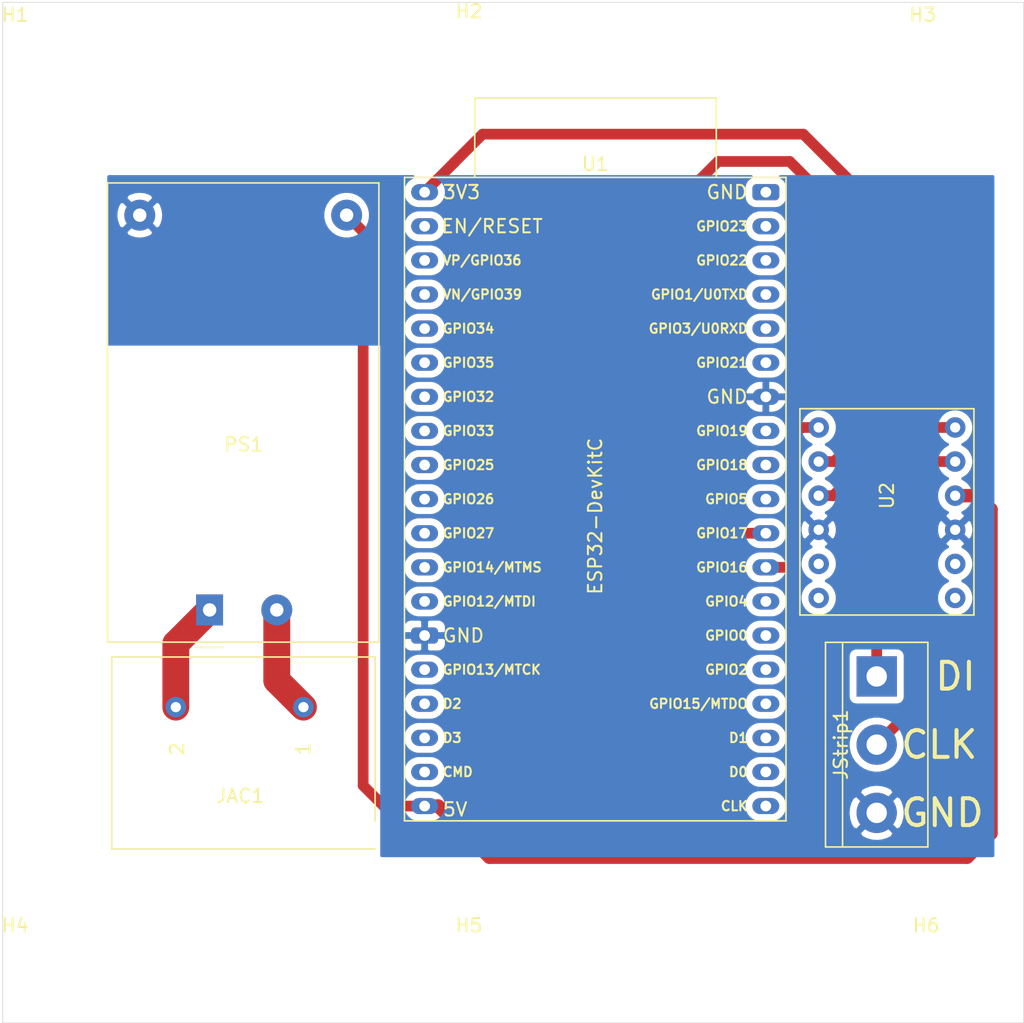
<source format=kicad_pcb>
(kicad_pcb (version 20171130) (host pcbnew "(5.1.10)-1")

  (general
    (thickness 1.6)
    (drawings 7)
    (tracks 44)
    (zones 0)
    (modules 11)
    (nets 10)
  )

  (page A4)
  (layers
    (0 F.Cu signal)
    (31 B.Cu signal)
    (32 B.Adhes user hide)
    (33 F.Adhes user hide)
    (34 B.Paste user hide)
    (35 F.Paste user hide)
    (36 B.SilkS user)
    (37 F.SilkS user)
    (38 B.Mask user hide)
    (39 F.Mask user hide)
    (40 Dwgs.User user hide)
    (41 Cmts.User user hide)
    (42 Eco1.User user hide)
    (43 Eco2.User user hide)
    (44 Edge.Cuts user)
    (45 Margin user hide)
    (46 B.CrtYd user)
    (47 F.CrtYd user)
    (48 B.Fab user hide)
    (49 F.Fab user)
  )

  (setup
    (last_trace_width 0.25)
    (user_trace_width 0.5)
    (user_trace_width 0.8)
    (user_trace_width 1)
    (user_trace_width 2)
    (trace_clearance 0.2)
    (zone_clearance 0.508)
    (zone_45_only no)
    (trace_min 0.2)
    (via_size 0.8)
    (via_drill 0.4)
    (via_min_size 0.4)
    (via_min_drill 0.3)
    (uvia_size 0.3)
    (uvia_drill 0.1)
    (uvias_allowed no)
    (uvia_min_size 0.2)
    (uvia_min_drill 0.1)
    (edge_width 0.05)
    (segment_width 0.2)
    (pcb_text_width 0.3)
    (pcb_text_size 1.5 1.5)
    (mod_edge_width 0.12)
    (mod_text_size 1 1)
    (mod_text_width 0.15)
    (pad_size 1.524 1.524)
    (pad_drill 0.762)
    (pad_to_mask_clearance 0)
    (aux_axis_origin 0 0)
    (visible_elements 7FFFFFFF)
    (pcbplotparams
      (layerselection 0x010fc_ffffffff)
      (usegerberextensions false)
      (usegerberattributes true)
      (usegerberadvancedattributes true)
      (creategerberjobfile true)
      (excludeedgelayer true)
      (linewidth 0.100000)
      (plotframeref false)
      (viasonmask false)
      (mode 1)
      (useauxorigin false)
      (hpglpennumber 1)
      (hpglpenspeed 20)
      (hpglpendiameter 15.000000)
      (psnegative false)
      (psa4output false)
      (plotreference true)
      (plotvalue true)
      (plotinvisibletext false)
      (padsonsilk false)
      (subtractmaskfromsilk false)
      (outputformat 1)
      (mirror false)
      (drillshape 1)
      (scaleselection 1)
      (outputdirectory ""))
  )

  (net 0 "")
  (net 1 "Net-(JAC1-Pad1)")
  (net 2 "Net-(JAC1-Pad2)")
  (net 3 /DATA)
  (net 4 /CLOCK)
  (net 5 GND)
  (net 6 "Net-(PS1-Pad4)")
  (net 7 "Net-(U1-Pad1)")
  (net 8 "Net-(U1-Pad27)")
  (net 9 "Net-(U1-Pad28)")

  (net_class Default "This is the default net class."
    (clearance 0.2)
    (trace_width 0.25)
    (via_dia 0.8)
    (via_drill 0.4)
    (uvia_dia 0.3)
    (uvia_drill 0.1)
    (add_net /CLOCK)
    (add_net /DATA)
    (add_net GND)
    (add_net "Net-(JAC1-Pad1)")
    (add_net "Net-(JAC1-Pad2)")
    (add_net "Net-(PS1-Pad4)")
    (add_net "Net-(U1-Pad1)")
    (add_net "Net-(U1-Pad27)")
    (add_net "Net-(U1-Pad28)")
  )

  (module ledDeviceServerEsp32Pio:Screw_Termianl_01x02 (layer F.Cu) (tedit 614936F6) (tstamp 61962074)
    (at 37.719 60.452 270)
    (path /6195CB3B)
    (fp_text reference JAC1 (at 8.636 10.033) (layer F.SilkS)
      (effects (font (size 1 1) (thickness 0.15)))
    )
    (fp_text value Terminal_AC (at 11.43 10.16) (layer F.Fab)
      (effects (font (size 1 1) (thickness 0.15)))
    )
    (fp_line (start 10.5156 0) (end -1.7018 0) (layer F.SilkS) (width 0.12))
    (fp_line (start 12.6 19.6) (end 12.6 0) (layer F.SilkS) (width 0.12))
    (fp_line (start -1.7018 19.6) (end 12.6 19.6) (layer F.SilkS) (width 0.12))
    (fp_line (start -1.7018 0) (end -1.7018 19.6) (layer F.SilkS) (width 0.12))
    (fp_line (start 12.7 19.7) (end -1.8 19.7) (layer F.CrtYd) (width 0.12))
    (fp_line (start -1.8 -0.1) (end 12.7 -0.1) (layer F.CrtYd) (width 0.12))
    (fp_line (start 12.7 -0.1) (end 12.7 19.7) (layer F.CrtYd) (width 0.12))
    (fp_line (start -1.8 -0.1) (end -1.8 19.7) (layer F.CrtYd) (width 0.12))
    (fp_text user 1 (at 4.572 5.334 90) (layer F.SilkS)
      (effects (font (size 1 1) (thickness 0.15)) (justify right))
    )
    (fp_text user 2 (at 4.572 14.732 90) (layer F.SilkS)
      (effects (font (size 1 1) (thickness 0.15)) (justify right))
    )
    (pad 1 thru_hole circle (at 2.032 5.334 270) (size 1.524 1.524) (drill 0.762) (layers *.Cu *.Mask)
      (net 1 "Net-(JAC1-Pad1)"))
    (pad 2 thru_hole circle (at 2.032 14.834 270) (size 1.524 1.524) (drill 0.762) (layers *.Cu *.Mask)
      (net 2 "Net-(JAC1-Pad2)"))
  )

  (module TerminalBlock:TerminalBlock_bornier-3_P5.08mm (layer F.Cu) (tedit 59FF03B9) (tstamp 6196208A)
    (at 75.057 60.198 270)
    (descr "simple 3-pin terminal block, pitch 5.08mm, revamped version of bornier3")
    (tags "terminal block bornier3")
    (path /6195D7EF)
    (fp_text reference JStrip1 (at 5.08 2.667 90) (layer F.SilkS)
      (effects (font (size 1 1) (thickness 0.15)))
    )
    (fp_text value Terminal_LCDstrip (at 5.08 5.08 90) (layer F.Fab)
      (effects (font (size 1 1) (thickness 0.15)))
    )
    (fp_line (start -2.47 2.55) (end 12.63 2.55) (layer F.Fab) (width 0.1))
    (fp_line (start -2.47 -3.75) (end 12.63 -3.75) (layer F.Fab) (width 0.1))
    (fp_line (start 12.63 -3.75) (end 12.63 3.75) (layer F.Fab) (width 0.1))
    (fp_line (start 12.63 3.75) (end -2.47 3.75) (layer F.Fab) (width 0.1))
    (fp_line (start -2.47 3.75) (end -2.47 -3.75) (layer F.Fab) (width 0.1))
    (fp_line (start -2.54 3.81) (end -2.54 -3.81) (layer F.SilkS) (width 0.12))
    (fp_line (start 12.7 3.81) (end 12.7 -3.81) (layer F.SilkS) (width 0.12))
    (fp_line (start -2.54 2.54) (end 12.7 2.54) (layer F.SilkS) (width 0.12))
    (fp_line (start -2.54 -3.81) (end 12.7 -3.81) (layer F.SilkS) (width 0.12))
    (fp_line (start -2.54 3.81) (end 12.7 3.81) (layer F.SilkS) (width 0.12))
    (fp_line (start -2.72 -4) (end 12.88 -4) (layer F.CrtYd) (width 0.05))
    (fp_line (start -2.72 -4) (end -2.72 4) (layer F.CrtYd) (width 0.05))
    (fp_line (start 12.88 4) (end 12.88 -4) (layer F.CrtYd) (width 0.05))
    (fp_line (start 12.88 4) (end -2.72 4) (layer F.CrtYd) (width 0.05))
    (fp_text user %R (at 5.08 0 90) (layer F.Fab)
      (effects (font (size 1 1) (thickness 0.15)))
    )
    (pad 1 thru_hole rect (at 0 0 270) (size 3 3) (drill 1.52) (layers *.Cu *.Mask)
      (net 3 /DATA))
    (pad 2 thru_hole circle (at 5.08 0 270) (size 3 3) (drill 1.52) (layers *.Cu *.Mask)
      (net 4 /CLOCK))
    (pad 3 thru_hole circle (at 10.16 0 270) (size 3 3) (drill 1.52) (layers *.Cu *.Mask)
      (net 5 GND))
    (model ${KISYS3DMOD}/TerminalBlock.3dshapes/TerminalBlock_bornier-3_P5.08mm.wrl
      (offset (xyz 5.079999923706055 0 0))
      (scale (xyz 1 1 1))
      (rotate (xyz 0 0 0))
    )
  )

  (module Converter_ACDC:Converter_ACDC_HiLink_HLK-PMxx (layer F.Cu) (tedit 5C1AC1CD) (tstamp 6196311F)
    (at 25.4 55.245 90)
    (descr "ACDC-Converter, 3W, HiLink, HLK-PMxx, THT, http://www.hlktech.net/product_detail.php?ProId=54")
    (tags "ACDC-Converter 3W THT HiLink board mount module")
    (path /61952CC8)
    (fp_text reference PS1 (at 12.319 2.54) (layer F.SilkS)
      (effects (font (size 1 1) (thickness 0.15)))
    )
    (fp_text value HLK-PM01 (at 15.79 13.85 90) (layer F.Fab)
      (effects (font (size 1 1) (thickness 0.15)))
    )
    (fp_line (start -2.3 12.5) (end 31.7 12.5) (layer F.Fab) (width 0.1))
    (fp_line (start 31.7 12.5) (end 31.7 -7.5) (layer F.Fab) (width 0.1))
    (fp_line (start -2.3 12.5) (end -2.3 0.99) (layer F.Fab) (width 0.1))
    (fp_line (start -2.3 -7.5) (end 31.7 -7.5) (layer F.Fab) (width 0.1))
    (fp_line (start -1.29 0) (end -2.29 1) (layer F.Fab) (width 0.1))
    (fp_line (start -2.29 -1) (end -1.29 0) (layer F.Fab) (width 0.1))
    (fp_line (start -2.3 -1) (end -2.3 -7.5) (layer F.Fab) (width 0.1))
    (fp_line (start -2.55 12.75) (end 31.95 12.75) (layer F.CrtYd) (width 0.05))
    (fp_line (start 31.95 12.75) (end 31.95 -7.75) (layer F.CrtYd) (width 0.05))
    (fp_line (start 31.95 -7.75) (end -2.55 -7.75) (layer F.CrtYd) (width 0.05))
    (fp_line (start -2.55 -7.75) (end -2.55 12.75) (layer F.CrtYd) (width 0.05))
    (fp_line (start -2.4 -7.6) (end -2.4 12.6) (layer F.SilkS) (width 0.12))
    (fp_line (start -2.4 12.6) (end 31.8 12.6) (layer F.SilkS) (width 0.12))
    (fp_line (start 31.8 12.6) (end 31.8 -7.6) (layer F.SilkS) (width 0.12))
    (fp_line (start 31.8 -7.6) (end -2.4 -7.6) (layer F.SilkS) (width 0.12))
    (fp_line (start -2.79 -1) (end -2.79 1.01) (layer F.SilkS) (width 0.12))
    (fp_text user %R (at 18.161 2.286 180) (layer F.Fab)
      (effects (font (size 1 1) (thickness 0.15)))
    )
    (pad 3 thru_hole circle (at 29.4 -5.2 90) (size 2.3 2.3) (drill 1) (layers *.Cu *.Mask)
      (net 5 GND))
    (pad 1 thru_hole rect (at 0 0 90) (size 2.3 2) (drill 1) (layers *.Cu *.Mask)
      (net 2 "Net-(JAC1-Pad2)"))
    (pad 2 thru_hole circle (at 0 5 90) (size 2.3 2.3) (drill 1) (layers *.Cu *.Mask)
      (net 1 "Net-(JAC1-Pad1)"))
    (pad 4 thru_hole circle (at 29.4 10.2 90) (size 2.3 2.3) (drill 1) (layers *.Cu *.Mask)
      (net 6 "Net-(PS1-Pad4)"))
    (model ${KISYS3DMOD}/Converter_ACDC.3dshapes/Converter_ACDC_HiLink_HLK-PMxx.wrl
      (at (xyz 0 0 0))
      (scale (xyz 1 1 1))
      (rotate (xyz 0 0 0))
    )
  )

  (module Espressif:ESP32-DevKitC (layer F.Cu) (tedit 60F5CABD) (tstamp 619620FF)
    (at 41.402 24.13)
    (descr "ESP32-DevKitC: https://docs.espressif.com/projects/esp-idf/en/latest/esp32/hw-reference/esp32/get-started-devkitc.html")
    (tags ESP32)
    (path /6195EB5A)
    (fp_text reference U1 (at 12.70368 -2.09728) (layer F.SilkS)
      (effects (font (size 1 1) (thickness 0.15)))
    )
    (fp_text value ESP32-DevKitC (at 12.70368 24.13272 90) (layer F.SilkS)
      (effects (font (size 1 1) (thickness 0.15)))
    )
    (fp_line (start 21.717 -7.0104) (end 21.717 -1.1176) (layer F.SilkS) (width 0.12))
    (fp_line (start 3.7338 -7.0104) (end 21.717 -7.0104) (layer F.SilkS) (width 0.12))
    (fp_line (start 3.7338 -1.1176) (end 3.7338 -7.0104) (layer F.SilkS) (width 0.12))
    (fp_line (start -1.24632 46.57272) (end -1.24632 -0.84728) (layer F.CrtYd) (width 0.05))
    (fp_line (start 26.65368 -0.84728) (end 26.65368 46.57272) (layer F.CrtYd) (width 0.05))
    (fp_line (start -1.24632 -0.84728) (end 26.65368 -0.84728) (layer F.CrtYd) (width 0.05))
    (fp_line (start 26.65368 46.57272) (end -1.24632 46.57272) (layer F.CrtYd) (width 0.05))
    (fp_line (start -1.496319 -1.09728) (end -1.49632 46.82272) (layer F.SilkS) (width 0.12))
    (fp_line (start 26.90368 -1.09728) (end -1.496319 -1.09728) (layer F.SilkS) (width 0.12))
    (fp_line (start 26.903679 46.82272) (end 26.90368 -1.09728) (layer F.SilkS) (width 0.12))
    (fp_line (start -1.49632 46.82272) (end 26.903679 46.82272) (layer F.SilkS) (width 0.12))
    (fp_text user REF** (at 0 0) (layer F.Fab)
      (effects (font (size 1 1) (thickness 0.15)))
    )
    (fp_text user GPIO25 (at 1.27368 20.32272 unlocked) (layer F.SilkS)
      (effects (font (size 0.7 0.7) (thickness 0.15)) (justify left))
    )
    (fp_text user GPIO15/MTDO (at 24.13368 38.10272 unlocked) (layer F.SilkS)
      (effects (font (size 0.7 0.7) (thickness 0.15)) (justify right))
    )
    (fp_text user GPIO1/U0TXD (at 24.13368 7.62272 unlocked) (layer F.SilkS)
      (effects (font (size 0.7 0.7) (thickness 0.15)) (justify right))
    )
    (fp_text user GPIO17 (at 24.13368 25.40272 unlocked) (layer F.SilkS)
      (effects (font (size 0.7 0.7) (thickness 0.15)) (justify right))
    )
    (fp_text user GND (at 24.13368 15.24272 unlocked) (layer F.SilkS)
      (effects (font (size 1 1) (thickness 0.15)) (justify right))
    )
    (fp_text user GPIO22 (at 24.13368 5.08272 unlocked) (layer F.SilkS)
      (effects (font (size 0.7 0.7) (thickness 0.15)) (justify right))
    )
    (fp_text user CMD (at 1.27368 43.18272 unlocked) (layer F.SilkS)
      (effects (font (size 0.7 0.7) (thickness 0.15)) (justify left))
    )
    (fp_text user GPIO18 (at 24.13368 20.32272 unlocked) (layer F.SilkS)
      (effects (font (size 0.7 0.7) (thickness 0.15)) (justify right))
    )
    (fp_text user D3 (at 1.27368 40.64272 unlocked) (layer F.SilkS)
      (effects (font (size 0.7 0.7) (thickness 0.15)) (justify left))
    )
    (fp_text user GPIO34 (at 1.27368 10.16272 unlocked) (layer F.SilkS)
      (effects (font (size 0.7 0.7) (thickness 0.15)) (justify left))
    )
    (fp_text user GPIO14/MTMS (at 1.27368 27.94272 unlocked) (layer F.SilkS)
      (effects (font (size 0.7 0.7) (thickness 0.15)) (justify left))
    )
    (fp_text user GPIO35 (at 1.27368 12.70272 unlocked) (layer F.SilkS)
      (effects (font (size 0.7 0.7) (thickness 0.15)) (justify left))
    )
    (fp_text user GPIO4 (at 24.13368 30.48272 unlocked) (layer F.SilkS)
      (effects (font (size 0.7 0.7) (thickness 0.15)) (justify right))
    )
    (fp_text user EN/RESET (at 8.89 2.54 unlocked) (layer F.SilkS)
      (effects (font (size 1 1) (thickness 0.15)) (justify right))
    )
    (fp_text user CLK (at 24.13368 45.72272 unlocked) (layer F.SilkS)
      (effects (font (size 0.7 0.7) (thickness 0.15)) (justify right))
    )
    (fp_text user GND (at 1.27368 33.02272 unlocked) (layer F.SilkS)
      (effects (font (size 1 1) (thickness 0.15)) (justify left))
    )
    (fp_text user GPIO0 (at 24.13368 33.02272 unlocked) (layer F.SilkS)
      (effects (font (size 0.7 0.7) (thickness 0.15)) (justify right))
    )
    (fp_text user GPIO32 (at 1.27368 15.24272 unlocked) (layer F.SilkS)
      (effects (font (size 0.7 0.7) (thickness 0.15)) (justify left))
    )
    (fp_text user GPIO16 (at 24.13368 27.94272 unlocked) (layer F.SilkS)
      (effects (font (size 0.7 0.7) (thickness 0.15)) (justify right))
    )
    (fp_text user 3V3 (at 1.27368 0.00272 unlocked) (layer F.SilkS)
      (effects (font (size 1 1) (thickness 0.15)) (justify left))
    )
    (fp_text user GPIO3/U0RXD (at 24.13368 10.16272 unlocked) (layer F.SilkS)
      (effects (font (size 0.7 0.7) (thickness 0.15)) (justify right))
    )
    (fp_text user GPIO26 (at 1.27368 22.86272 unlocked) (layer F.SilkS)
      (effects (font (size 0.7 0.7) (thickness 0.15)) (justify left))
    )
    (fp_text user GPIO2 (at 24.13368 35.56272 unlocked) (layer F.SilkS)
      (effects (font (size 0.7 0.7) (thickness 0.15)) (justify right))
    )
    (fp_text user GPIO13/MTCK (at 1.27368 35.56272 unlocked) (layer F.SilkS)
      (effects (font (size 0.7 0.7) (thickness 0.15)) (justify left))
    )
    (fp_text user VN/GPIO39 (at 1.27368 7.62272 unlocked) (layer F.SilkS)
      (effects (font (size 0.7 0.7) (thickness 0.15)) (justify left))
    )
    (fp_text user GPIO19 (at 24.13368 17.78272 unlocked) (layer F.SilkS)
      (effects (font (size 0.7 0.7) (thickness 0.15)) (justify right))
    )
    (fp_text user GPIO33 (at 1.27368 17.78272 unlocked) (layer F.SilkS)
      (effects (font (size 0.7 0.7) (thickness 0.15)) (justify left))
    )
    (fp_text user GPIO27 (at 1.27368 25.40272 unlocked) (layer F.SilkS)
      (effects (font (size 0.7 0.7) (thickness 0.15)) (justify left))
    )
    (fp_text user D2 (at 1.27368 38.10272 unlocked) (layer F.SilkS)
      (effects (font (size 0.7 0.7) (thickness 0.15)) (justify left))
    )
    (fp_text user VP/GPIO36 (at 1.27368 5.08272 unlocked) (layer F.SilkS)
      (effects (font (size 0.7 0.7) (thickness 0.15)) (justify left))
    )
    (fp_text user GPIO12/MTDI (at 1.27368 30.48272 unlocked) (layer F.SilkS)
      (effects (font (size 0.7 0.7) (thickness 0.15)) (justify left))
    )
    (fp_text user D1 (at 24.13368 40.64272 unlocked) (layer F.SilkS)
      (effects (font (size 0.7 0.7) (thickness 0.15)) (justify right))
    )
    (fp_text user GPIO21 (at 24.13368 12.70272 unlocked) (layer F.SilkS)
      (effects (font (size 0.7 0.7) (thickness 0.15)) (justify right))
    )
    (fp_text user 5V (at 1.27 45.974 unlocked) (layer F.SilkS)
      (effects (font (size 1 1) (thickness 0.15)) (justify left))
    )
    (fp_text user D0 (at 24.13368 43.18272 unlocked) (layer F.SilkS)
      (effects (font (size 0.7 0.7) (thickness 0.15)) (justify right))
    )
    (fp_text user GPIO5 (at 24.13368 22.86272 unlocked) (layer F.SilkS)
      (effects (font (size 0.7 0.7) (thickness 0.15)) (justify right))
    )
    (fp_text user GPIO23 (at 24.13368 2.54272 unlocked) (layer F.SilkS)
      (effects (font (size 0.7 0.7) (thickness 0.15)) (justify right))
    )
    (fp_text user GND (at 24.13368 0.00272 unlocked) (layer F.SilkS)
      (effects (font (size 1 1) (thickness 0.15)) (justify right))
    )
    (pad 1 thru_hole oval (at 0.00368 0.00272 270) (size 1.2 2) (drill 0.8) (layers *.Cu *.Mask)
      (net 7 "Net-(U1-Pad1)"))
    (pad 2 thru_hole oval (at 0.00368 2.54272 270) (size 1.2 2) (drill 0.8) (layers *.Cu *.Mask))
    (pad 3 thru_hole oval (at 0.00368 5.08272 270) (size 1.2 2) (drill 0.8) (layers *.Cu *.Mask))
    (pad 4 thru_hole oval (at 0.00368 7.62272 270) (size 1.2 2) (drill 0.8) (layers *.Cu *.Mask))
    (pad 5 thru_hole oval (at 0.00368 10.16272 270) (size 1.2 2) (drill 0.8) (layers *.Cu *.Mask))
    (pad 6 thru_hole oval (at 0.00368 12.70272 270) (size 1.2 2) (drill 0.8) (layers *.Cu *.Mask))
    (pad 7 thru_hole oval (at 0.00368 15.24272 270) (size 1.2 2) (drill 0.8) (layers *.Cu *.Mask))
    (pad 8 thru_hole oval (at 0.00368 17.78272 270) (size 1.2 2) (drill 0.8) (layers *.Cu *.Mask))
    (pad 9 thru_hole oval (at 0.00368 20.32272 270) (size 1.2 2) (drill 0.8) (layers *.Cu *.Mask))
    (pad 10 thru_hole oval (at 0.00368 22.86272 270) (size 1.2 2) (drill 0.8) (layers *.Cu *.Mask))
    (pad 11 thru_hole oval (at 0.00368 25.40272 270) (size 1.2 2) (drill 0.8) (layers *.Cu *.Mask))
    (pad 12 thru_hole oval (at 0.00368 27.94272 270) (size 1.2 2) (drill 0.8) (layers *.Cu *.Mask))
    (pad 13 thru_hole oval (at 0.00368 30.48272 270) (size 1.2 2) (drill 0.8) (layers *.Cu *.Mask))
    (pad 14 thru_hole roundrect (at 0.00368 33.02272 270) (size 1.2 2) (drill 0.8) (layers *.Cu *.Mask) (roundrect_rratio 0.25)
      (net 5 GND))
    (pad 15 thru_hole oval (at 0.00368 35.56272 270) (size 1.2 2) (drill 0.8) (layers *.Cu *.Mask))
    (pad 16 thru_hole oval (at 0.00368 38.10272 270) (size 1.2 2) (drill 0.8) (layers *.Cu *.Mask))
    (pad 17 thru_hole oval (at 0.00368 40.64272 270) (size 1.2 2) (drill 0.8) (layers *.Cu *.Mask))
    (pad 18 thru_hole oval (at 0.00368 43.18272 270) (size 1.2 2) (drill 0.8) (layers *.Cu *.Mask))
    (pad 19 thru_hole oval (at 0.00368 45.72272 270) (size 1.2 2) (drill 0.8) (layers *.Cu *.Mask)
      (net 6 "Net-(PS1-Pad4)"))
    (pad 20 thru_hole oval (at 25.4 45.72 270) (size 1.2 2) (drill 0.8) (layers *.Cu *.Mask))
    (pad 21 thru_hole oval (at 25.4 43.18 270) (size 1.2 2) (drill 0.8) (layers *.Cu *.Mask))
    (pad 22 thru_hole oval (at 25.40368 40.64272 270) (size 1.2 2) (drill 0.8) (layers *.Cu *.Mask))
    (pad 23 thru_hole oval (at 25.40368 38.10272 270) (size 1.2 2) (drill 0.8) (layers *.Cu *.Mask))
    (pad 24 thru_hole oval (at 25.40368 35.56272 270) (size 1.2 2) (drill 0.8) (layers *.Cu *.Mask))
    (pad 25 thru_hole oval (at 25.40368 33.02272 270) (size 1.2 2) (drill 0.8) (layers *.Cu *.Mask))
    (pad 26 thru_hole oval (at 25.40368 30.48272 270) (size 1.2 2) (drill 0.8) (layers *.Cu *.Mask))
    (pad 27 thru_hole oval (at 25.40368 27.94272 270) (size 1.2 2) (drill 0.8) (layers *.Cu *.Mask)
      (net 8 "Net-(U1-Pad27)"))
    (pad 28 thru_hole oval (at 25.40368 25.40272 270) (size 1.2 2) (drill 0.8) (layers *.Cu *.Mask)
      (net 9 "Net-(U1-Pad28)"))
    (pad 29 thru_hole oval (at 25.40368 22.86272 270) (size 1.2 2) (drill 0.8) (layers *.Cu *.Mask))
    (pad 30 thru_hole oval (at 25.40368 20.32272 270) (size 1.2 2) (drill 0.8) (layers *.Cu *.Mask))
    (pad 31 thru_hole oval (at 25.40368 17.78272 270) (size 1.2 2) (drill 0.8) (layers *.Cu *.Mask))
    (pad 32 thru_hole oval (at 25.40368 15.24272 270) (size 1.2 2) (drill 0.8) (layers *.Cu *.Mask)
      (net 5 GND))
    (pad 33 thru_hole oval (at 25.40368 12.70272 270) (size 1.2 2) (drill 0.8) (layers *.Cu *.Mask))
    (pad 34 thru_hole oval (at 25.40368 10.16272 270) (size 1.2 2) (drill 0.8) (layers *.Cu *.Mask))
    (pad 35 thru_hole oval (at 25.40368 7.62272 270) (size 1.2 2) (drill 0.8) (layers *.Cu *.Mask))
    (pad 36 thru_hole oval (at 25.40368 5.08272 270) (size 1.2 2) (drill 0.8) (layers *.Cu *.Mask))
    (pad 37 thru_hole oval (at 25.40368 2.54272 270) (size 1.2 2) (drill 0.8) (layers *.Cu *.Mask))
    (pad 38 thru_hole roundrect (at 25.40368 0.00272 270) (size 1.2 2) (drill 0.8) (layers *.Cu *.Mask) (roundrect_rratio 0.25))
  )

  (module ledDeviceServerEsp32Pio:LLC_4CH (layer F.Cu) (tedit 61422F48) (tstamp 6196211B)
    (at 82.296 40.259 270)
    (descr "4 channel logic level converter")
    (tags "Logic Level converter 4 channels")
    (path /61977BBE)
    (fp_text reference U2 (at 6.477 6.477 270) (layer F.SilkS)
      (effects (font (size 1 1) (thickness 0.15)))
    )
    (fp_text value LLC_4CH (at 8.636 9.906 90) (layer F.Fab)
      (effects (font (size 1 1) (thickness 0.15)))
    )
    (fp_line (start 15.367 0) (end 0 0) (layer F.Fab) (width 0.12))
    (fp_line (start 15.367 12.954) (end 15.367 0) (layer F.Fab) (width 0.12))
    (fp_line (start 0 12.954) (end 15.367 12.954) (layer F.Fab) (width 0.12))
    (fp_line (start 0 0) (end 0 12.954) (layer F.Fab) (width 0.12))
    (fp_line (start 0.127 0.127) (end 15.227 0.127) (layer F.CrtYd) (width 0.12))
    (fp_line (start 0.127 12.827) (end 15.227 12.827) (layer F.CrtYd) (width 0.12))
    (fp_line (start 0.127 0.127) (end 0.127 12.827) (layer F.CrtYd) (width 0.12))
    (fp_line (start 15.227 0.127) (end 15.227 12.827) (layer F.CrtYd) (width 0.12))
    (fp_line (start 0 0) (end 0 12.954) (layer F.SilkS) (width 0.12))
    (fp_line (start 0 12.954) (end 15.367 12.954) (layer F.SilkS) (width 0.12))
    (fp_line (start 15.367 12.954) (end 15.367 0) (layer F.SilkS) (width 0.12))
    (fp_line (start 15.367 0) (end 0 0) (layer F.SilkS) (width 0.12))
    (pad 11 thru_hole circle (at 14.097 1.397 270) (size 1.524 1.524) (drill 0.762) (layers *.Cu *.Mask))
    (pad 10 thru_hole circle (at 14.097 11.557 270) (size 1.524 1.524) (drill 0.762) (layers *.Cu *.Mask))
    (pad 9 thru_hole circle (at 11.557 1.397 270) (size 1.524 1.524) (drill 0.762) (layers *.Cu *.Mask))
    (pad 8 thru_hole circle (at 11.557 11.557 270) (size 1.524 1.524) (drill 0.762) (layers *.Cu *.Mask))
    (pad 7 thru_hole circle (at 3.937 1.397 270) (size 1.524 1.524) (drill 0.762) (layers *.Cu *.Mask)
      (net 4 /CLOCK))
    (pad 6 thru_hole circle (at 3.937 11.557 270) (size 1.524 1.524) (drill 0.762) (layers *.Cu *.Mask)
      (net 9 "Net-(U1-Pad28)"))
    (pad 5 thru_hole circle (at 1.397 1.397 270) (size 1.524 1.524) (drill 0.762) (layers *.Cu *.Mask)
      (net 3 /DATA))
    (pad 4 thru_hole circle (at 1.397 11.557 270) (size 1.524 1.524) (drill 0.762) (layers *.Cu *.Mask)
      (net 8 "Net-(U1-Pad27)"))
    (pad 3 thru_hole circle (at 9.017 1.397 270) (size 1.524 1.524) (drill 0.762) (layers *.Cu *.Mask)
      (net 5 GND))
    (pad 3 thru_hole circle (at 9.017 11.557 270) (size 1.524 1.524) (drill 0.762) (layers *.Cu *.Mask)
      (net 5 GND))
    (pad 2 thru_hole circle (at 6.477 1.397 270) (size 1.524 1.524) (drill 0.762) (layers *.Cu *.Mask)
      (net 6 "Net-(PS1-Pad4)"))
    (pad 1 thru_hole circle (at 6.477 11.557 270) (size 1.524 1.524) (drill 0.762) (layers *.Cu *.Mask)
      (net 7 "Net-(U1-Pad1)"))
  )

  (module MountingHole:MountingHole_3.2mm_M3 (layer F.Cu) (tedit 56D1B4CB) (tstamp 61963508)
    (at 14 14)
    (descr "Mounting Hole 3.2mm, no annular, M3")
    (tags "mounting hole 3.2mm no annular m3")
    (path /61970074)
    (attr virtual)
    (fp_text reference H1 (at -3.078 -3.078) (layer F.SilkS)
      (effects (font (size 1 1) (thickness 0.15)))
    )
    (fp_text value MountingHole (at 1.24 4.2) (layer F.Fab)
      (effects (font (size 1 1) (thickness 0.15)))
    )
    (fp_circle (center 0 0) (end 3.45 0) (layer F.CrtYd) (width 0.05))
    (fp_circle (center 0 0) (end 3.2 0) (layer Cmts.User) (width 0.15))
    (fp_text user %R (at 0.3 0) (layer F.Fab)
      (effects (font (size 1 1) (thickness 0.15)))
    )
    (pad 1 np_thru_hole circle (at 0 0) (size 3.2 3.2) (drill 3.2) (layers *.Cu *.Mask))
  )

  (module MountingHole:MountingHole_3.2mm_M3 (layer F.Cu) (tedit 56D1B4CB) (tstamp 61963415)
    (at 48 14)
    (descr "Mounting Hole 3.2mm, no annular, M3")
    (tags "mounting hole 3.2mm no annular m3")
    (path /61970FEE)
    (attr virtual)
    (fp_text reference H2 (at -3.296 -3.332) (layer F.SilkS)
      (effects (font (size 1 1) (thickness 0.15)))
    )
    (fp_text value MountingHole (at -8.376 2.256) (layer F.Fab)
      (effects (font (size 1 1) (thickness 0.15)))
    )
    (fp_text user %R (at 0.3 0) (layer F.Fab)
      (effects (font (size 1 1) (thickness 0.15)))
    )
    (fp_circle (center 0 0) (end 3.2 0) (layer Cmts.User) (width 0.15))
    (fp_circle (center 0 0) (end 3.45 0) (layer F.CrtYd) (width 0.05))
    (pad 1 np_thru_hole circle (at 0 0) (size 3.2 3.2) (drill 3.2) (layers *.Cu *.Mask))
  )

  (module MountingHole:MountingHole_3.2mm_M3 (layer F.Cu) (tedit 56D1B4CB) (tstamp 6196341D)
    (at 82 14)
    (descr "Mounting Hole 3.2mm, no annular, M3")
    (tags "mounting hole 3.2mm no annular m3")
    (path /619719BE)
    (attr virtual)
    (fp_text reference H3 (at -3.514 -3.078) (layer F.SilkS)
      (effects (font (size 1 1) (thickness 0.15)))
    )
    (fp_text value MountingHole (at -1.482 4.2) (layer F.Fab)
      (effects (font (size 1 1) (thickness 0.15)))
    )
    (fp_circle (center 0 0) (end 3.45 0) (layer F.CrtYd) (width 0.05))
    (fp_circle (center 0 0) (end 3.2 0) (layer Cmts.User) (width 0.15))
    (fp_text user %R (at 0.3 0) (layer F.Fab)
      (effects (font (size 1 1) (thickness 0.15)))
    )
    (pad 1 np_thru_hole circle (at 0 0) (size 3.2 3.2) (drill 3.2) (layers *.Cu *.Mask))
  )

  (module MountingHole:MountingHole_3.2mm_M3 (layer F.Cu) (tedit 56D1B4CB) (tstamp 61963632)
    (at 14 82)
    (descr "Mounting Hole 3.2mm, no annular, M3")
    (tags "mounting hole 3.2mm no annular m3")
    (path /6197235C)
    (attr virtual)
    (fp_text reference H4 (at -3.078 -3.26) (layer F.SilkS)
      (effects (font (size 1 1) (thickness 0.15)))
    )
    (fp_text value MountingHole (at 7.336 3.09) (layer F.Fab)
      (effects (font (size 1 1) (thickness 0.15)))
    )
    (fp_text user %R (at 0.3 0) (layer F.Fab)
      (effects (font (size 1 1) (thickness 0.15)))
    )
    (fp_circle (center 0 0) (end 3.2 0) (layer Cmts.User) (width 0.15))
    (fp_circle (center 0 0) (end 3.45 0) (layer F.CrtYd) (width 0.05))
    (pad 1 np_thru_hole circle (at 0 0) (size 3.2 3.2) (drill 3.2) (layers *.Cu *.Mask))
  )

  (module MountingHole:MountingHole_3.2mm_M3 (layer F.Cu) (tedit 56D1B4CB) (tstamp 6196342D)
    (at 48 82)
    (descr "Mounting Hole 3.2mm, no annular, M3")
    (tags "mounting hole 3.2mm no annular m3")
    (path /61972B97)
    (attr virtual)
    (fp_text reference H5 (at -3.296 -3.26) (layer F.SilkS)
      (effects (font (size 1 1) (thickness 0.15)))
    )
    (fp_text value MountingHole (at -7.36 2.836) (layer F.Fab)
      (effects (font (size 1 1) (thickness 0.15)))
    )
    (fp_circle (center 0 0) (end 3.45 0) (layer F.CrtYd) (width 0.05))
    (fp_circle (center 0 0) (end 3.2 0) (layer Cmts.User) (width 0.15))
    (fp_text user %R (at 0.3 0) (layer F.Fab)
      (effects (font (size 1 1) (thickness 0.15)))
    )
    (pad 1 np_thru_hole circle (at 0 0) (size 3.2 3.2) (drill 3.2) (layers *.Cu *.Mask))
  )

  (module MountingHole:MountingHole_3.2mm_M3 (layer F.Cu) (tedit 56D1B4CB) (tstamp 61963435)
    (at 82 82)
    (descr "Mounting Hole 3.2mm, no annular, M3")
    (tags "mounting hole 3.2mm no annular m3")
    (path /619730E2)
    (attr virtual)
    (fp_text reference H6 (at -3.26 -3.26) (layer F.SilkS)
      (effects (font (size 1 1) (thickness 0.15)))
    )
    (fp_text value MountingHole (at -7.324 3.09) (layer F.Fab)
      (effects (font (size 1 1) (thickness 0.15)))
    )
    (fp_text user %R (at 0.3 0) (layer F.Fab)
      (effects (font (size 1 1) (thickness 0.15)))
    )
    (fp_circle (center 0 0) (end 3.2 0) (layer Cmts.User) (width 0.15))
    (fp_circle (center 0 0) (end 3.45 0) (layer F.CrtYd) (width 0.05))
    (pad 1 np_thru_hole circle (at 0 0) (size 3.2 3.2) (drill 3.2) (layers *.Cu *.Mask))
  )

  (gr_text "DI\n" (at 79.248 60.198) (layer F.SilkS) (tstamp 619631C2)
    (effects (font (size 2 2) (thickness 0.3)) (justify left))
  )
  (gr_text GND (at 76.708 70.358) (layer F.SilkS) (tstamp 6196320D)
    (effects (font (size 2 2) (thickness 0.3)) (justify left))
  )
  (gr_text CLK (at 76.708 65.278) (layer F.SilkS)
    (effects (font (size 2 2) (thickness 0.3)) (justify left))
  )
  (gr_line (start 10 10) (end 86 10) (layer Edge.Cuts) (width 0.05) (tstamp 61962EAC))
  (gr_line (start 10 10) (end 10 86) (layer Edge.Cuts) (width 0.05))
  (gr_line (start 86 10) (end 86 86) (layer Edge.Cuts) (width 0.05))
  (gr_line (start 10 86) (end 86 86) (layer Edge.Cuts) (width 0.05))

  (segment (start 30.4 60.499) (end 32.385 62.484) (width 2) (layer F.Cu) (net 1) (status 20))
  (segment (start 30.4 55.245) (end 30.4 60.499) (width 2) (layer F.Cu) (net 1) (status 10))
  (segment (start 22.885 57.76) (end 25.4 55.245) (width 2) (layer F.Cu) (net 2) (status 20))
  (segment (start 22.885 62.484) (end 22.885 57.76) (width 2) (layer F.Cu) (net 2) (status 10))
  (segment (start 75.057 60.198) (end 75.057 45.593) (width 0.8) (layer F.Cu) (net 3) (status 10))
  (segment (start 78.994 41.656) (end 80.899 41.656) (width 0.8) (layer F.Cu) (net 3) (status 20))
  (segment (start 75.057 45.593) (end 78.994 41.656) (width 0.8) (layer F.Cu) (net 3))
  (segment (start 80.899 44.196) (end 79.502 44.196) (width 0.8) (layer F.Cu) (net 4) (status 10))
  (segment (start 79.502 44.196) (end 77.978 45.72) (width 0.8) (layer F.Cu) (net 4))
  (segment (start 77.978 62.357) (end 75.057 65.278) (width 0.8) (layer F.Cu) (net 4) (status 20))
  (segment (start 77.978 45.72) (end 77.978 62.357) (width 0.8) (layer F.Cu) (net 4))
  (segment (start 42.42072 69.85272) (end 41.40568 69.85272) (width 1) (layer F.Cu) (net 6) (status 20))
  (segment (start 46.228 73.66) (end 42.42072 69.85272) (width 1) (layer F.Cu) (net 6))
  (segment (start 83.566 71.882) (end 81.788 73.66) (width 1) (layer F.Cu) (net 6))
  (segment (start 83.566 47.752) (end 83.566 71.882) (width 1) (layer F.Cu) (net 6))
  (segment (start 81.788 73.66) (end 46.228 73.66) (width 1) (layer F.Cu) (net 6))
  (segment (start 82.55 46.736) (end 83.566 47.752) (width 1) (layer F.Cu) (net 6))
  (segment (start 80.899 46.736) (end 82.55 46.736) (width 1) (layer F.Cu) (net 6) (status 10))
  (segment (start 38.35672 69.85272) (end 41.40568 69.85272) (width 0.8) (layer F.Cu) (net 6) (status 20))
  (segment (start 36.83 68.326) (end 38.35672 69.85272) (width 0.8) (layer F.Cu) (net 6))
  (segment (start 36.83 27.075) (end 36.83 68.326) (width 0.8) (layer F.Cu) (net 6))
  (segment (start 35.6 25.845) (end 36.83 27.075) (width 0.8) (layer F.Cu) (net 6) (status 10))
  (segment (start 75.184 43.36863) (end 71.81663 46.736) (width 0.8) (layer F.Cu) (net 7))
  (segment (start 75.184 25.4) (end 75.184 43.36863) (width 0.8) (layer F.Cu) (net 7))
  (segment (start 71.81663 46.736) (end 70.739 46.736) (width 0.8) (layer F.Cu) (net 7) (status 20))
  (segment (start 45.72 19.812) (end 69.596 19.812) (width 0.8) (layer F.Cu) (net 7))
  (segment (start 43.6057 21.9263) (end 45.72 19.812) (width 0.8) (layer F.Cu) (net 7))
  (segment (start 43.6057 21.9327) (end 43.6057 21.9263) (width 0.8) (layer F.Cu) (net 7))
  (segment (start 69.596 19.812) (end 75.184 25.4) (width 0.8) (layer F.Cu) (net 7))
  (segment (start 41.40568 24.13272) (end 43.6057 21.9327) (width 0.8) (layer F.Cu) (net 7) (status 10))
  (segment (start 68.57728 52.07272) (end 66.80568 52.07272) (width 0.8) (layer F.Cu) (net 8) (status 20))
  (segment (start 68.961 42.164) (end 68.961 51.689) (width 0.8) (layer F.Cu) (net 8))
  (segment (start 68.961 51.689) (end 68.57728 52.07272) (width 0.8) (layer F.Cu) (net 8))
  (segment (start 69.469 41.656) (end 68.961 42.164) (width 0.8) (layer F.Cu) (net 8))
  (segment (start 70.739 41.656) (end 69.469 41.656) (width 0.8) (layer F.Cu) (net 8) (status 10))
  (segment (start 71.882 44.196) (end 70.739 44.196) (width 0.8) (layer F.Cu) (net 9) (status 20))
  (segment (start 68.58 21.844) (end 73.406 26.67) (width 0.8) (layer F.Cu) (net 9))
  (segment (start 63.246 21.844) (end 68.58 21.844) (width 0.8) (layer F.Cu) (net 9))
  (segment (start 73.406 42.672) (end 71.882 44.196) (width 0.8) (layer F.Cu) (net 9))
  (segment (start 61.976 23.114) (end 63.246 21.844) (width 0.8) (layer F.Cu) (net 9))
  (segment (start 61.976 46.355) (end 61.976 23.114) (width 0.8) (layer F.Cu) (net 9))
  (segment (start 65.15372 49.53272) (end 61.976 46.355) (width 0.8) (layer F.Cu) (net 9))
  (segment (start 73.406 26.67) (end 73.406 42.672) (width 0.8) (layer F.Cu) (net 9))
  (segment (start 66.80568 49.53272) (end 65.15372 49.53272) (width 0.8) (layer F.Cu) (net 9) (status 10))

  (zone (net 5) (net_name GND) (layer B.Cu) (tstamp 0) (hatch edge 0.508)
    (connect_pads (clearance 0.508))
    (min_thickness 0.254)
    (fill yes (arc_segments 32) (thermal_gap 0.508) (thermal_bridge_width 0.508))
    (polygon
      (pts
        (xy 83.82 73.66) (xy 38.1 73.66) (xy 38.1 35.56) (xy 17.78 35.56) (xy 17.78 22.86)
        (xy 83.82 22.86)
      )
    )
    (filled_polygon
      (pts
        (xy 40.316231 23.100887) (xy 40.128178 23.255218) (xy 39.973847 23.443271) (xy 39.859169 23.657819) (xy 39.78855 23.890618)
        (xy 39.764705 24.13272) (xy 39.78855 24.374822) (xy 39.859169 24.607621) (xy 39.973847 24.822169) (xy 40.128178 25.010222)
        (xy 40.316231 25.164553) (xy 40.530779 25.279231) (xy 40.763578 25.34985) (xy 40.945015 25.36772) (xy 41.866345 25.36772)
        (xy 42.047782 25.34985) (xy 42.280581 25.279231) (xy 42.495129 25.164553) (xy 42.683182 25.010222) (xy 42.837513 24.822169)
        (xy 42.952191 24.607621) (xy 43.02281 24.374822) (xy 43.046655 24.13272) (xy 43.02281 23.890618) (xy 42.952191 23.657819)
        (xy 42.837513 23.443271) (xy 42.683182 23.255218) (xy 42.495129 23.100887) (xy 42.282061 22.987) (xy 65.707508 22.987)
        (xy 65.584515 23.052742) (xy 65.442363 23.169403) (xy 65.325702 23.311555) (xy 65.239014 23.473735) (xy 65.185633 23.649711)
        (xy 65.167608 23.83272) (xy 65.167608 24.43272) (xy 65.185633 24.615729) (xy 65.239014 24.791705) (xy 65.325702 24.953885)
        (xy 65.442363 25.096037) (xy 65.584515 25.212698) (xy 65.746695 25.299386) (xy 65.922671 25.352767) (xy 66.10568 25.370792)
        (xy 67.50568 25.370792) (xy 67.688689 25.352767) (xy 67.864665 25.299386) (xy 68.026845 25.212698) (xy 68.168997 25.096037)
        (xy 68.285658 24.953885) (xy 68.372346 24.791705) (xy 68.425727 24.615729) (xy 68.443752 24.43272) (xy 68.443752 23.83272)
        (xy 68.425727 23.649711) (xy 68.372346 23.473735) (xy 68.285658 23.311555) (xy 68.168997 23.169403) (xy 68.026845 23.052742)
        (xy 67.903852 22.987) (xy 83.693 22.987) (xy 83.693 73.533) (xy 38.227 73.533) (xy 38.227 71.849653)
        (xy 73.744952 71.849653) (xy 73.900962 72.165214) (xy 74.275745 72.35602) (xy 74.680551 72.470044) (xy 75.099824 72.502902)
        (xy 75.517451 72.453334) (xy 75.917383 72.323243) (xy 76.213038 72.165214) (xy 76.369048 71.849653) (xy 75.057 70.537605)
        (xy 73.744952 71.849653) (xy 38.227 71.849653) (xy 38.227 69.85272) (xy 39.764705 69.85272) (xy 39.78855 70.094822)
        (xy 39.859169 70.327621) (xy 39.973847 70.542169) (xy 40.128178 70.730222) (xy 40.316231 70.884553) (xy 40.530779 70.999231)
        (xy 40.763578 71.06985) (xy 40.945015 71.08772) (xy 41.866345 71.08772) (xy 42.047782 71.06985) (xy 42.280581 70.999231)
        (xy 42.495129 70.884553) (xy 42.683182 70.730222) (xy 42.837513 70.542169) (xy 42.952191 70.327621) (xy 43.02281 70.094822)
        (xy 43.046655 69.85272) (xy 43.046388 69.85) (xy 65.161025 69.85) (xy 65.18487 70.092102) (xy 65.255489 70.324901)
        (xy 65.370167 70.539449) (xy 65.524498 70.727502) (xy 65.712551 70.881833) (xy 65.927099 70.996511) (xy 66.159898 71.06713)
        (xy 66.341335 71.085) (xy 67.262665 71.085) (xy 67.444102 71.06713) (xy 67.676901 70.996511) (xy 67.891449 70.881833)
        (xy 68.079502 70.727502) (xy 68.233833 70.539449) (xy 68.307929 70.400824) (xy 72.912098 70.400824) (xy 72.961666 70.818451)
        (xy 73.091757 71.218383) (xy 73.249786 71.514038) (xy 73.565347 71.670048) (xy 74.877395 70.358) (xy 75.236605 70.358)
        (xy 76.548653 71.670048) (xy 76.864214 71.514038) (xy 77.05502 71.139255) (xy 77.169044 70.734449) (xy 77.201902 70.315176)
        (xy 77.152334 69.897549) (xy 77.022243 69.497617) (xy 76.864214 69.201962) (xy 76.548653 69.045952) (xy 75.236605 70.358)
        (xy 74.877395 70.358) (xy 73.565347 69.045952) (xy 73.249786 69.201962) (xy 73.05898 69.576745) (xy 72.944956 69.981551)
        (xy 72.912098 70.400824) (xy 68.307929 70.400824) (xy 68.348511 70.324901) (xy 68.41913 70.092102) (xy 68.442975 69.85)
        (xy 68.41913 69.607898) (xy 68.348511 69.375099) (xy 68.233833 69.160551) (xy 68.079502 68.972498) (xy 67.950157 68.866347)
        (xy 73.744952 68.866347) (xy 75.057 70.178395) (xy 76.369048 68.866347) (xy 76.213038 68.550786) (xy 75.838255 68.35998)
        (xy 75.433449 68.245956) (xy 75.014176 68.213098) (xy 74.596549 68.262666) (xy 74.196617 68.392757) (xy 73.900962 68.550786)
        (xy 73.744952 68.866347) (xy 67.950157 68.866347) (xy 67.891449 68.818167) (xy 67.676901 68.703489) (xy 67.444102 68.63287)
        (xy 67.262665 68.615) (xy 66.341335 68.615) (xy 66.159898 68.63287) (xy 65.927099 68.703489) (xy 65.712551 68.818167)
        (xy 65.524498 68.972498) (xy 65.370167 69.160551) (xy 65.255489 69.375099) (xy 65.18487 69.607898) (xy 65.161025 69.85)
        (xy 43.046388 69.85) (xy 43.02281 69.610618) (xy 42.952191 69.377819) (xy 42.837513 69.163271) (xy 42.683182 68.975218)
        (xy 42.495129 68.820887) (xy 42.280581 68.706209) (xy 42.047782 68.63559) (xy 41.866345 68.61772) (xy 40.945015 68.61772)
        (xy 40.763578 68.63559) (xy 40.530779 68.706209) (xy 40.316231 68.820887) (xy 40.128178 68.975218) (xy 39.973847 69.163271)
        (xy 39.859169 69.377819) (xy 39.78855 69.610618) (xy 39.764705 69.85272) (xy 38.227 69.85272) (xy 38.227 67.31272)
        (xy 39.764705 67.31272) (xy 39.78855 67.554822) (xy 39.859169 67.787621) (xy 39.973847 68.002169) (xy 40.128178 68.190222)
        (xy 40.316231 68.344553) (xy 40.530779 68.459231) (xy 40.763578 68.52985) (xy 40.945015 68.54772) (xy 41.866345 68.54772)
        (xy 42.047782 68.52985) (xy 42.280581 68.459231) (xy 42.495129 68.344553) (xy 42.683182 68.190222) (xy 42.837513 68.002169)
        (xy 42.952191 67.787621) (xy 43.02281 67.554822) (xy 43.046655 67.31272) (xy 43.046388 67.31) (xy 65.161025 67.31)
        (xy 65.18487 67.552102) (xy 65.255489 67.784901) (xy 65.370167 67.999449) (xy 65.524498 68.187502) (xy 65.712551 68.341833)
        (xy 65.927099 68.456511) (xy 66.159898 68.52713) (xy 66.341335 68.545) (xy 67.262665 68.545) (xy 67.444102 68.52713)
        (xy 67.676901 68.456511) (xy 67.891449 68.341833) (xy 68.079502 68.187502) (xy 68.233833 67.999449) (xy 68.348511 67.784901)
        (xy 68.41913 67.552102) (xy 68.442975 67.31) (xy 68.41913 67.067898) (xy 68.348511 66.835099) (xy 68.233833 66.620551)
        (xy 68.079502 66.432498) (xy 67.891449 66.278167) (xy 67.676901 66.163489) (xy 67.444102 66.09287) (xy 67.262665 66.075)
        (xy 66.341335 66.075) (xy 66.159898 66.09287) (xy 65.927099 66.163489) (xy 65.712551 66.278167) (xy 65.524498 66.432498)
        (xy 65.370167 66.620551) (xy 65.255489 66.835099) (xy 65.18487 67.067898) (xy 65.161025 67.31) (xy 43.046388 67.31)
        (xy 43.02281 67.070618) (xy 42.952191 66.837819) (xy 42.837513 66.623271) (xy 42.683182 66.435218) (xy 42.495129 66.280887)
        (xy 42.280581 66.166209) (xy 42.047782 66.09559) (xy 41.866345 66.07772) (xy 40.945015 66.07772) (xy 40.763578 66.09559)
        (xy 40.530779 66.166209) (xy 40.316231 66.280887) (xy 40.128178 66.435218) (xy 39.973847 66.623271) (xy 39.859169 66.837819)
        (xy 39.78855 67.070618) (xy 39.764705 67.31272) (xy 38.227 67.31272) (xy 38.227 64.77272) (xy 39.764705 64.77272)
        (xy 39.78855 65.014822) (xy 39.859169 65.247621) (xy 39.973847 65.462169) (xy 40.128178 65.650222) (xy 40.316231 65.804553)
        (xy 40.530779 65.919231) (xy 40.763578 65.98985) (xy 40.945015 66.00772) (xy 41.866345 66.00772) (xy 42.047782 65.98985)
        (xy 42.280581 65.919231) (xy 42.495129 65.804553) (xy 42.683182 65.650222) (xy 42.837513 65.462169) (xy 42.952191 65.247621)
        (xy 43.02281 65.014822) (xy 43.046655 64.77272) (xy 65.164705 64.77272) (xy 65.18855 65.014822) (xy 65.259169 65.247621)
        (xy 65.373847 65.462169) (xy 65.528178 65.650222) (xy 65.716231 65.804553) (xy 65.930779 65.919231) (xy 66.163578 65.98985)
        (xy 66.345015 66.00772) (xy 67.266345 66.00772) (xy 67.447782 65.98985) (xy 67.680581 65.919231) (xy 67.895129 65.804553)
        (xy 68.083182 65.650222) (xy 68.237513 65.462169) (xy 68.352191 65.247621) (xy 68.406763 65.067721) (xy 72.922 65.067721)
        (xy 72.922 65.488279) (xy 73.004047 65.900756) (xy 73.164988 66.289302) (xy 73.398637 66.638983) (xy 73.696017 66.936363)
        (xy 74.045698 67.170012) (xy 74.434244 67.330953) (xy 74.846721 67.413) (xy 75.267279 67.413) (xy 75.679756 67.330953)
        (xy 76.068302 67.170012) (xy 76.417983 66.936363) (xy 76.715363 66.638983) (xy 76.949012 66.289302) (xy 77.109953 65.900756)
        (xy 77.192 65.488279) (xy 77.192 65.067721) (xy 77.109953 64.655244) (xy 76.949012 64.266698) (xy 76.715363 63.917017)
        (xy 76.417983 63.619637) (xy 76.068302 63.385988) (xy 75.679756 63.225047) (xy 75.267279 63.143) (xy 74.846721 63.143)
        (xy 74.434244 63.225047) (xy 74.045698 63.385988) (xy 73.696017 63.619637) (xy 73.398637 63.917017) (xy 73.164988 64.266698)
        (xy 73.004047 64.655244) (xy 72.922 65.067721) (xy 68.406763 65.067721) (xy 68.42281 65.014822) (xy 68.446655 64.77272)
        (xy 68.42281 64.530618) (xy 68.352191 64.297819) (xy 68.237513 64.083271) (xy 68.083182 63.895218) (xy 67.895129 63.740887)
        (xy 67.680581 63.626209) (xy 67.447782 63.55559) (xy 67.266345 63.53772) (xy 66.345015 63.53772) (xy 66.163578 63.55559)
        (xy 65.930779 63.626209) (xy 65.716231 63.740887) (xy 65.528178 63.895218) (xy 65.373847 64.083271) (xy 65.259169 64.297819)
        (xy 65.18855 64.530618) (xy 65.164705 64.77272) (xy 43.046655 64.77272) (xy 43.02281 64.530618) (xy 42.952191 64.297819)
        (xy 42.837513 64.083271) (xy 42.683182 63.895218) (xy 42.495129 63.740887) (xy 42.280581 63.626209) (xy 42.047782 63.55559)
        (xy 41.866345 63.53772) (xy 40.945015 63.53772) (xy 40.763578 63.55559) (xy 40.530779 63.626209) (xy 40.316231 63.740887)
        (xy 40.128178 63.895218) (xy 39.973847 64.083271) (xy 39.859169 64.297819) (xy 39.78855 64.530618) (xy 39.764705 64.77272)
        (xy 38.227 64.77272) (xy 38.227 62.23272) (xy 39.764705 62.23272) (xy 39.78855 62.474822) (xy 39.859169 62.707621)
        (xy 39.973847 62.922169) (xy 40.128178 63.110222) (xy 40.316231 63.264553) (xy 40.530779 63.379231) (xy 40.763578 63.44985)
        (xy 40.945015 63.46772) (xy 41.866345 63.46772) (xy 42.047782 63.44985) (xy 42.280581 63.379231) (xy 42.495129 63.264553)
        (xy 42.683182 63.110222) (xy 42.837513 62.922169) (xy 42.952191 62.707621) (xy 43.02281 62.474822) (xy 43.046655 62.23272)
        (xy 65.164705 62.23272) (xy 65.18855 62.474822) (xy 65.259169 62.707621) (xy 65.373847 62.922169) (xy 65.528178 63.110222)
        (xy 65.716231 63.264553) (xy 65.930779 63.379231) (xy 66.163578 63.44985) (xy 66.345015 63.46772) (xy 67.266345 63.46772)
        (xy 67.447782 63.44985) (xy 67.680581 63.379231) (xy 67.895129 63.264553) (xy 68.083182 63.110222) (xy 68.237513 62.922169)
        (xy 68.352191 62.707621) (xy 68.42281 62.474822) (xy 68.446655 62.23272) (xy 68.42281 61.990618) (xy 68.352191 61.757819)
        (xy 68.237513 61.543271) (xy 68.083182 61.355218) (xy 67.895129 61.200887) (xy 67.680581 61.086209) (xy 67.447782 61.01559)
        (xy 67.266345 60.99772) (xy 66.345015 60.99772) (xy 66.163578 61.01559) (xy 65.930779 61.086209) (xy 65.716231 61.200887)
        (xy 65.528178 61.355218) (xy 65.373847 61.543271) (xy 65.259169 61.757819) (xy 65.18855 61.990618) (xy 65.164705 62.23272)
        (xy 43.046655 62.23272) (xy 43.02281 61.990618) (xy 42.952191 61.757819) (xy 42.837513 61.543271) (xy 42.683182 61.355218)
        (xy 42.495129 61.200887) (xy 42.280581 61.086209) (xy 42.047782 61.01559) (xy 41.866345 60.99772) (xy 40.945015 60.99772)
        (xy 40.763578 61.01559) (xy 40.530779 61.086209) (xy 40.316231 61.200887) (xy 40.128178 61.355218) (xy 39.973847 61.543271)
        (xy 39.859169 61.757819) (xy 39.78855 61.990618) (xy 39.764705 62.23272) (xy 38.227 62.23272) (xy 38.227 59.69272)
        (xy 39.764705 59.69272) (xy 39.78855 59.934822) (xy 39.859169 60.167621) (xy 39.973847 60.382169) (xy 40.128178 60.570222)
        (xy 40.316231 60.724553) (xy 40.530779 60.839231) (xy 40.763578 60.90985) (xy 40.945015 60.92772) (xy 41.866345 60.92772)
        (xy 42.047782 60.90985) (xy 42.280581 60.839231) (xy 42.495129 60.724553) (xy 42.683182 60.570222) (xy 42.837513 60.382169)
        (xy 42.952191 60.167621) (xy 43.02281 59.934822) (xy 43.046655 59.69272) (xy 65.164705 59.69272) (xy 65.18855 59.934822)
        (xy 65.259169 60.167621) (xy 65.373847 60.382169) (xy 65.528178 60.570222) (xy 65.716231 60.724553) (xy 65.930779 60.839231)
        (xy 66.163578 60.90985) (xy 66.345015 60.92772) (xy 67.266345 60.92772) (xy 67.447782 60.90985) (xy 67.680581 60.839231)
        (xy 67.895129 60.724553) (xy 68.083182 60.570222) (xy 68.237513 60.382169) (xy 68.352191 60.167621) (xy 68.42281 59.934822)
        (xy 68.446655 59.69272) (xy 68.42281 59.450618) (xy 68.352191 59.217819) (xy 68.237513 59.003271) (xy 68.083182 58.815218)
        (xy 67.940352 58.698) (xy 72.918928 58.698) (xy 72.918928 61.698) (xy 72.931188 61.822482) (xy 72.967498 61.94218)
        (xy 73.026463 62.052494) (xy 73.105815 62.149185) (xy 73.202506 62.228537) (xy 73.31282 62.287502) (xy 73.432518 62.323812)
        (xy 73.557 62.336072) (xy 76.557 62.336072) (xy 76.681482 62.323812) (xy 76.80118 62.287502) (xy 76.911494 62.228537)
        (xy 77.008185 62.149185) (xy 77.087537 62.052494) (xy 77.146502 61.94218) (xy 77.182812 61.822482) (xy 77.195072 61.698)
        (xy 77.195072 58.698) (xy 77.182812 58.573518) (xy 77.146502 58.45382) (xy 77.087537 58.343506) (xy 77.008185 58.246815)
        (xy 76.911494 58.167463) (xy 76.80118 58.108498) (xy 76.681482 58.072188) (xy 76.557 58.059928) (xy 73.557 58.059928)
        (xy 73.432518 58.072188) (xy 73.31282 58.108498) (xy 73.202506 58.167463) (xy 73.105815 58.246815) (xy 73.026463 58.343506)
        (xy 72.967498 58.45382) (xy 72.931188 58.573518) (xy 72.918928 58.698) (xy 67.940352 58.698) (xy 67.895129 58.660887)
        (xy 67.680581 58.546209) (xy 67.447782 58.47559) (xy 67.266345 58.45772) (xy 66.345015 58.45772) (xy 66.163578 58.47559)
        (xy 65.930779 58.546209) (xy 65.716231 58.660887) (xy 65.528178 58.815218) (xy 65.373847 59.003271) (xy 65.259169 59.217819)
        (xy 65.18855 59.450618) (xy 65.164705 59.69272) (xy 43.046655 59.69272) (xy 43.02281 59.450618) (xy 42.952191 59.217819)
        (xy 42.837513 59.003271) (xy 42.683182 58.815218) (xy 42.495129 58.660887) (xy 42.280581 58.546209) (xy 42.047782 58.47559)
        (xy 41.866345 58.45772) (xy 40.945015 58.45772) (xy 40.763578 58.47559) (xy 40.530779 58.546209) (xy 40.316231 58.660887)
        (xy 40.128178 58.815218) (xy 39.973847 59.003271) (xy 39.859169 59.217819) (xy 39.78855 59.450618) (xy 39.764705 59.69272)
        (xy 38.227 59.69272) (xy 38.227 57.75272) (xy 39.767608 57.75272) (xy 39.779868 57.877202) (xy 39.816178 57.9969)
        (xy 39.875143 58.107214) (xy 39.954495 58.203905) (xy 40.051186 58.283257) (xy 40.1615 58.342222) (xy 40.281198 58.378532)
        (xy 40.40568 58.390792) (xy 41.11993 58.38772) (xy 41.27868 58.22897) (xy 41.27868 57.27972) (xy 41.53268 57.27972)
        (xy 41.53268 58.22897) (xy 41.69143 58.38772) (xy 42.40568 58.390792) (xy 42.530162 58.378532) (xy 42.64986 58.342222)
        (xy 42.760174 58.283257) (xy 42.856865 58.203905) (xy 42.936217 58.107214) (xy 42.995182 57.9969) (xy 43.031492 57.877202)
        (xy 43.043752 57.75272) (xy 43.04068 57.43847) (xy 42.88193 57.27972) (xy 41.53268 57.27972) (xy 41.27868 57.27972)
        (xy 39.92943 57.27972) (xy 39.77068 57.43847) (xy 39.767608 57.75272) (xy 38.227 57.75272) (xy 38.227 57.15272)
        (xy 65.164705 57.15272) (xy 65.18855 57.394822) (xy 65.259169 57.627621) (xy 65.373847 57.842169) (xy 65.528178 58.030222)
        (xy 65.716231 58.184553) (xy 65.930779 58.299231) (xy 66.163578 58.36985) (xy 66.345015 58.38772) (xy 67.266345 58.38772)
        (xy 67.447782 58.36985) (xy 67.680581 58.299231) (xy 67.895129 58.184553) (xy 68.083182 58.030222) (xy 68.237513 57.842169)
        (xy 68.352191 57.627621) (xy 68.42281 57.394822) (xy 68.446655 57.15272) (xy 68.42281 56.910618) (xy 68.352191 56.677819)
        (xy 68.237513 56.463271) (xy 68.083182 56.275218) (xy 67.895129 56.120887) (xy 67.680581 56.006209) (xy 67.447782 55.93559)
        (xy 67.266345 55.91772) (xy 66.345015 55.91772) (xy 66.163578 55.93559) (xy 65.930779 56.006209) (xy 65.716231 56.120887)
        (xy 65.528178 56.275218) (xy 65.373847 56.463271) (xy 65.259169 56.677819) (xy 65.18855 56.910618) (xy 65.164705 57.15272)
        (xy 38.227 57.15272) (xy 38.227 56.55272) (xy 39.767608 56.55272) (xy 39.77068 56.86697) (xy 39.92943 57.02572)
        (xy 41.27868 57.02572) (xy 41.27868 56.07647) (xy 41.53268 56.07647) (xy 41.53268 57.02572) (xy 42.88193 57.02572)
        (xy 43.04068 56.86697) (xy 43.043752 56.55272) (xy 43.031492 56.428238) (xy 42.995182 56.30854) (xy 42.936217 56.198226)
        (xy 42.856865 56.101535) (xy 42.760174 56.022183) (xy 42.64986 55.963218) (xy 42.530162 55.926908) (xy 42.40568 55.914648)
        (xy 41.69143 55.91772) (xy 41.53268 56.07647) (xy 41.27868 56.07647) (xy 41.11993 55.91772) (xy 40.40568 55.914648)
        (xy 40.281198 55.926908) (xy 40.1615 55.963218) (xy 40.051186 56.022183) (xy 39.954495 56.101535) (xy 39.875143 56.198226)
        (xy 39.816178 56.30854) (xy 39.779868 56.428238) (xy 39.767608 56.55272) (xy 38.227 56.55272) (xy 38.227 54.61272)
        (xy 39.764705 54.61272) (xy 39.78855 54.854822) (xy 39.859169 55.087621) (xy 39.973847 55.302169) (xy 40.128178 55.490222)
        (xy 40.316231 55.644553) (xy 40.530779 55.759231) (xy 40.763578 55.82985) (xy 40.945015 55.84772) (xy 41.866345 55.84772)
        (xy 42.047782 55.82985) (xy 42.280581 55.759231) (xy 42.495129 55.644553) (xy 42.683182 55.490222) (xy 42.837513 55.302169)
        (xy 42.952191 55.087621) (xy 43.02281 54.854822) (xy 43.046655 54.61272) (xy 65.164705 54.61272) (xy 65.18855 54.854822)
        (xy 65.259169 55.087621) (xy 65.373847 55.302169) (xy 65.528178 55.490222) (xy 65.716231 55.644553) (xy 65.930779 55.759231)
        (xy 66.163578 55.82985) (xy 66.345015 55.84772) (xy 67.266345 55.84772) (xy 67.447782 55.82985) (xy 67.680581 55.759231)
        (xy 67.895129 55.644553) (xy 68.083182 55.490222) (xy 68.237513 55.302169) (xy 68.352191 55.087621) (xy 68.42281 54.854822)
        (xy 68.446655 54.61272) (xy 68.42281 54.370618) (xy 68.352191 54.137819) (xy 68.237513 53.923271) (xy 68.083182 53.735218)
        (xy 67.895129 53.580887) (xy 67.680581 53.466209) (xy 67.447782 53.39559) (xy 67.266345 53.37772) (xy 66.345015 53.37772)
        (xy 66.163578 53.39559) (xy 65.930779 53.466209) (xy 65.716231 53.580887) (xy 65.528178 53.735218) (xy 65.373847 53.923271)
        (xy 65.259169 54.137819) (xy 65.18855 54.370618) (xy 65.164705 54.61272) (xy 43.046655 54.61272) (xy 43.02281 54.370618)
        (xy 42.952191 54.137819) (xy 42.837513 53.923271) (xy 42.683182 53.735218) (xy 42.495129 53.580887) (xy 42.280581 53.466209)
        (xy 42.047782 53.39559) (xy 41.866345 53.37772) (xy 40.945015 53.37772) (xy 40.763578 53.39559) (xy 40.530779 53.466209)
        (xy 40.316231 53.580887) (xy 40.128178 53.735218) (xy 39.973847 53.923271) (xy 39.859169 54.137819) (xy 39.78855 54.370618)
        (xy 39.764705 54.61272) (xy 38.227 54.61272) (xy 38.227 52.07272) (xy 39.764705 52.07272) (xy 39.78855 52.314822)
        (xy 39.859169 52.547621) (xy 39.973847 52.762169) (xy 40.128178 52.950222) (xy 40.316231 53.104553) (xy 40.530779 53.219231)
        (xy 40.763578 53.28985) (xy 40.945015 53.30772) (xy 41.866345 53.30772) (xy 42.047782 53.28985) (xy 42.280581 53.219231)
        (xy 42.495129 53.104553) (xy 42.683182 52.950222) (xy 42.837513 52.762169) (xy 42.952191 52.547621) (xy 43.02281 52.314822)
        (xy 43.046655 52.07272) (xy 65.164705 52.07272) (xy 65.18855 52.314822) (xy 65.259169 52.547621) (xy 65.373847 52.762169)
        (xy 65.528178 52.950222) (xy 65.716231 53.104553) (xy 65.930779 53.219231) (xy 66.163578 53.28985) (xy 66.345015 53.30772)
        (xy 67.266345 53.30772) (xy 67.447782 53.28985) (xy 67.680581 53.219231) (xy 67.895129 53.104553) (xy 68.083182 52.950222)
        (xy 68.237513 52.762169) (xy 68.352191 52.547621) (xy 68.42281 52.314822) (xy 68.446655 52.07272) (xy 68.42281 51.830618)
        (xy 68.376638 51.678408) (xy 69.342 51.678408) (xy 69.342 51.953592) (xy 69.395686 52.22349) (xy 69.500995 52.477727)
        (xy 69.65388 52.706535) (xy 69.848465 52.90112) (xy 70.077273 53.054005) (xy 70.154515 53.086) (xy 70.077273 53.117995)
        (xy 69.848465 53.27088) (xy 69.65388 53.465465) (xy 69.500995 53.694273) (xy 69.395686 53.94851) (xy 69.342 54.218408)
        (xy 69.342 54.493592) (xy 69.395686 54.76349) (xy 69.500995 55.017727) (xy 69.65388 55.246535) (xy 69.848465 55.44112)
        (xy 70.077273 55.594005) (xy 70.33151 55.699314) (xy 70.601408 55.753) (xy 70.876592 55.753) (xy 71.14649 55.699314)
        (xy 71.400727 55.594005) (xy 71.629535 55.44112) (xy 71.82412 55.246535) (xy 71.977005 55.017727) (xy 72.082314 54.76349)
        (xy 72.136 54.493592) (xy 72.136 54.218408) (xy 72.082314 53.94851) (xy 71.977005 53.694273) (xy 71.82412 53.465465)
        (xy 71.629535 53.27088) (xy 71.400727 53.117995) (xy 71.323485 53.086) (xy 71.400727 53.054005) (xy 71.629535 52.90112)
        (xy 71.82412 52.706535) (xy 71.977005 52.477727) (xy 72.082314 52.22349) (xy 72.136 51.953592) (xy 72.136 51.678408)
        (xy 79.502 51.678408) (xy 79.502 51.953592) (xy 79.555686 52.22349) (xy 79.660995 52.477727) (xy 79.81388 52.706535)
        (xy 80.008465 52.90112) (xy 80.237273 53.054005) (xy 80.314515 53.086) (xy 80.237273 53.117995) (xy 80.008465 53.27088)
        (xy 79.81388 53.465465) (xy 79.660995 53.694273) (xy 79.555686 53.94851) (xy 79.502 54.218408) (xy 79.502 54.493592)
        (xy 79.555686 54.76349) (xy 79.660995 55.017727) (xy 79.81388 55.246535) (xy 80.008465 55.44112) (xy 80.237273 55.594005)
        (xy 80.49151 55.699314) (xy 80.761408 55.753) (xy 81.036592 55.753) (xy 81.30649 55.699314) (xy 81.560727 55.594005)
        (xy 81.789535 55.44112) (xy 81.98412 55.246535) (xy 82.137005 55.017727) (xy 82.242314 54.76349) (xy 82.296 54.493592)
        (xy 82.296 54.218408) (xy 82.242314 53.94851) (xy 82.137005 53.694273) (xy 81.98412 53.465465) (xy 81.789535 53.27088)
        (xy 81.560727 53.117995) (xy 81.483485 53.086) (xy 81.560727 53.054005) (xy 81.789535 52.90112) (xy 81.98412 52.706535)
        (xy 82.137005 52.477727) (xy 82.242314 52.22349) (xy 82.296 51.953592) (xy 82.296 51.678408) (xy 82.242314 51.40851)
        (xy 82.137005 51.154273) (xy 81.98412 50.925465) (xy 81.789535 50.73088) (xy 81.560727 50.577995) (xy 81.489057 50.548308)
        (xy 81.502023 50.543636) (xy 81.61798 50.481656) (xy 81.68496 50.241565) (xy 80.899 49.455605) (xy 80.11304 50.241565)
        (xy 80.18002 50.481656) (xy 80.31576 50.545485) (xy 80.237273 50.577995) (xy 80.008465 50.73088) (xy 79.81388 50.925465)
        (xy 79.660995 51.154273) (xy 79.555686 51.40851) (xy 79.502 51.678408) (xy 72.136 51.678408) (xy 72.082314 51.40851)
        (xy 71.977005 51.154273) (xy 71.82412 50.925465) (xy 71.629535 50.73088) (xy 71.400727 50.577995) (xy 71.329057 50.548308)
        (xy 71.342023 50.543636) (xy 71.45798 50.481656) (xy 71.52496 50.241565) (xy 70.739 49.455605) (xy 69.95304 50.241565)
        (xy 70.02002 50.481656) (xy 70.15576 50.545485) (xy 70.077273 50.577995) (xy 69.848465 50.73088) (xy 69.65388 50.925465)
        (xy 69.500995 51.154273) (xy 69.395686 51.40851) (xy 69.342 51.678408) (xy 68.376638 51.678408) (xy 68.352191 51.597819)
        (xy 68.237513 51.383271) (xy 68.083182 51.195218) (xy 67.895129 51.040887) (xy 67.680581 50.926209) (xy 67.447782 50.85559)
        (xy 67.266345 50.83772) (xy 66.345015 50.83772) (xy 66.163578 50.85559) (xy 65.930779 50.926209) (xy 65.716231 51.040887)
        (xy 65.528178 51.195218) (xy 65.373847 51.383271) (xy 65.259169 51.597819) (xy 65.18855 51.830618) (xy 65.164705 52.07272)
        (xy 43.046655 52.07272) (xy 43.02281 51.830618) (xy 42.952191 51.597819) (xy 42.837513 51.383271) (xy 42.683182 51.195218)
        (xy 42.495129 51.040887) (xy 42.280581 50.926209) (xy 42.047782 50.85559) (xy 41.866345 50.83772) (xy 40.945015 50.83772)
        (xy 40.763578 50.85559) (xy 40.530779 50.926209) (xy 40.316231 51.040887) (xy 40.128178 51.195218) (xy 39.973847 51.383271)
        (xy 39.859169 51.597819) (xy 39.78855 51.830618) (xy 39.764705 52.07272) (xy 38.227 52.07272) (xy 38.227 49.53272)
        (xy 39.764705 49.53272) (xy 39.78855 49.774822) (xy 39.859169 50.007621) (xy 39.973847 50.222169) (xy 40.128178 50.410222)
        (xy 40.316231 50.564553) (xy 40.530779 50.679231) (xy 40.763578 50.74985) (xy 40.945015 50.76772) (xy 41.866345 50.76772)
        (xy 42.047782 50.74985) (xy 42.280581 50.679231) (xy 42.495129 50.564553) (xy 42.683182 50.410222) (xy 42.837513 50.222169)
        (xy 42.952191 50.007621) (xy 43.02281 49.774822) (xy 43.046655 49.53272) (xy 65.164705 49.53272) (xy 65.18855 49.774822)
        (xy 65.259169 50.007621) (xy 65.373847 50.222169) (xy 65.528178 50.410222) (xy 65.716231 50.564553) (xy 65.930779 50.679231)
        (xy 66.163578 50.74985) (xy 66.345015 50.76772) (xy 67.266345 50.76772) (xy 67.447782 50.74985) (xy 67.680581 50.679231)
        (xy 67.895129 50.564553) (xy 68.083182 50.410222) (xy 68.237513 50.222169) (xy 68.352191 50.007621) (xy 68.42281 49.774822)
        (xy 68.446655 49.53272) (xy 68.428464 49.348017) (xy 69.33709 49.348017) (xy 69.378078 49.620133) (xy 69.471364 49.879023)
        (xy 69.533344 49.99498) (xy 69.773435 50.06196) (xy 70.559395 49.276) (xy 70.918605 49.276) (xy 71.704565 50.06196)
        (xy 71.944656 49.99498) (xy 72.061756 49.745952) (xy 72.128023 49.478865) (xy 72.134157 49.348017) (xy 79.49709 49.348017)
        (xy 79.538078 49.620133) (xy 79.631364 49.879023) (xy 79.693344 49.99498) (xy 79.933435 50.06196) (xy 80.719395 49.276)
        (xy 81.078605 49.276) (xy 81.864565 50.06196) (xy 82.104656 49.99498) (xy 82.221756 49.745952) (xy 82.288023 49.478865)
        (xy 82.30091 49.203983) (xy 82.259922 48.931867) (xy 82.166636 48.672977) (xy 82.104656 48.55702) (xy 81.864565 48.49004)
        (xy 81.078605 49.276) (xy 80.719395 49.276) (xy 79.933435 48.49004) (xy 79.693344 48.55702) (xy 79.576244 48.806048)
        (xy 79.509977 49.073135) (xy 79.49709 49.348017) (xy 72.134157 49.348017) (xy 72.14091 49.203983) (xy 72.099922 48.931867)
        (xy 72.006636 48.672977) (xy 71.944656 48.55702) (xy 71.704565 48.49004) (xy 70.918605 49.276) (xy 70.559395 49.276)
        (xy 69.773435 48.49004) (xy 69.533344 48.55702) (xy 69.416244 48.806048) (xy 69.349977 49.073135) (xy 69.33709 49.348017)
        (xy 68.428464 49.348017) (xy 68.42281 49.290618) (xy 68.352191 49.057819) (xy 68.237513 48.843271) (xy 68.083182 48.655218)
        (xy 67.895129 48.500887) (xy 67.680581 48.386209) (xy 67.447782 48.31559) (xy 67.266345 48.29772) (xy 66.345015 48.29772)
        (xy 66.163578 48.31559) (xy 65.930779 48.386209) (xy 65.716231 48.500887) (xy 65.528178 48.655218) (xy 65.373847 48.843271)
        (xy 65.259169 49.057819) (xy 65.18855 49.290618) (xy 65.164705 49.53272) (xy 43.046655 49.53272) (xy 43.02281 49.290618)
        (xy 42.952191 49.057819) (xy 42.837513 48.843271) (xy 42.683182 48.655218) (xy 42.495129 48.500887) (xy 42.280581 48.386209)
        (xy 42.047782 48.31559) (xy 41.866345 48.29772) (xy 40.945015 48.29772) (xy 40.763578 48.31559) (xy 40.530779 48.386209)
        (xy 40.316231 48.500887) (xy 40.128178 48.655218) (xy 39.973847 48.843271) (xy 39.859169 49.057819) (xy 39.78855 49.290618)
        (xy 39.764705 49.53272) (xy 38.227 49.53272) (xy 38.227 46.99272) (xy 39.764705 46.99272) (xy 39.78855 47.234822)
        (xy 39.859169 47.467621) (xy 39.973847 47.682169) (xy 40.128178 47.870222) (xy 40.316231 48.024553) (xy 40.530779 48.139231)
        (xy 40.763578 48.20985) (xy 40.945015 48.22772) (xy 41.866345 48.22772) (xy 42.047782 48.20985) (xy 42.280581 48.139231)
        (xy 42.495129 48.024553) (xy 42.683182 47.870222) (xy 42.837513 47.682169) (xy 42.952191 47.467621) (xy 43.02281 47.234822)
        (xy 43.046655 46.99272) (xy 65.164705 46.99272) (xy 65.18855 47.234822) (xy 65.259169 47.467621) (xy 65.373847 47.682169)
        (xy 65.528178 47.870222) (xy 65.716231 48.024553) (xy 65.930779 48.139231) (xy 66.163578 48.20985) (xy 66.345015 48.22772)
        (xy 67.266345 48.22772) (xy 67.447782 48.20985) (xy 67.680581 48.139231) (xy 67.895129 48.024553) (xy 68.083182 47.870222)
        (xy 68.237513 47.682169) (xy 68.352191 47.467621) (xy 68.42281 47.234822) (xy 68.446655 46.99272) (xy 68.42281 46.750618)
        (xy 68.352191 46.517819) (xy 68.237513 46.303271) (xy 68.083182 46.115218) (xy 67.895129 45.960887) (xy 67.680581 45.846209)
        (xy 67.447782 45.77559) (xy 67.266345 45.75772) (xy 66.345015 45.75772) (xy 66.163578 45.77559) (xy 65.930779 45.846209)
        (xy 65.716231 45.960887) (xy 65.528178 46.115218) (xy 65.373847 46.303271) (xy 65.259169 46.517819) (xy 65.18855 46.750618)
        (xy 65.164705 46.99272) (xy 43.046655 46.99272) (xy 43.02281 46.750618) (xy 42.952191 46.517819) (xy 42.837513 46.303271)
        (xy 42.683182 46.115218) (xy 42.495129 45.960887) (xy 42.280581 45.846209) (xy 42.047782 45.77559) (xy 41.866345 45.75772)
        (xy 40.945015 45.75772) (xy 40.763578 45.77559) (xy 40.530779 45.846209) (xy 40.316231 45.960887) (xy 40.128178 46.115218)
        (xy 39.973847 46.303271) (xy 39.859169 46.517819) (xy 39.78855 46.750618) (xy 39.764705 46.99272) (xy 38.227 46.99272)
        (xy 38.227 44.45272) (xy 39.764705 44.45272) (xy 39.78855 44.694822) (xy 39.859169 44.927621) (xy 39.973847 45.142169)
        (xy 40.128178 45.330222) (xy 40.316231 45.484553) (xy 40.530779 45.599231) (xy 40.763578 45.66985) (xy 40.945015 45.68772)
        (xy 41.866345 45.68772) (xy 42.047782 45.66985) (xy 42.280581 45.599231) (xy 42.495129 45.484553) (xy 42.683182 45.330222)
        (xy 42.837513 45.142169) (xy 42.952191 44.927621) (xy 43.02281 44.694822) (xy 43.046655 44.45272) (xy 65.164705 44.45272)
        (xy 65.18855 44.694822) (xy 65.259169 44.927621) (xy 65.373847 45.142169) (xy 65.528178 45.330222) (xy 65.716231 45.484553)
        (xy 65.930779 45.599231) (xy 66.163578 45.66985) (xy 66.345015 45.68772) (xy 67.266345 45.68772) (xy 67.447782 45.66985)
        (xy 67.680581 45.599231) (xy 67.895129 45.484553) (xy 68.083182 45.330222) (xy 68.237513 45.142169) (xy 68.352191 44.927621)
        (xy 68.42281 44.694822) (xy 68.446655 44.45272) (xy 68.42281 44.210618) (xy 68.352191 43.977819) (xy 68.237513 43.763271)
        (xy 68.083182 43.575218) (xy 67.895129 43.420887) (xy 67.680581 43.306209) (xy 67.447782 43.23559) (xy 67.266345 43.21772)
        (xy 66.345015 43.21772) (xy 66.163578 43.23559) (xy 65.930779 43.306209) (xy 65.716231 43.420887) (xy 65.528178 43.575218)
        (xy 65.373847 43.763271) (xy 65.259169 43.977819) (xy 65.18855 44.210618) (xy 65.164705 44.45272) (xy 43.046655 44.45272)
        (xy 43.02281 44.210618) (xy 42.952191 43.977819) (xy 42.837513 43.763271) (xy 42.683182 43.575218) (xy 42.495129 43.420887)
        (xy 42.280581 43.306209) (xy 42.047782 43.23559) (xy 41.866345 43.21772) (xy 40.945015 43.21772) (xy 40.763578 43.23559)
        (xy 40.530779 43.306209) (xy 40.316231 43.420887) (xy 40.128178 43.575218) (xy 39.973847 43.763271) (xy 39.859169 43.977819)
        (xy 39.78855 44.210618) (xy 39.764705 44.45272) (xy 38.227 44.45272) (xy 38.227 41.91272) (xy 39.764705 41.91272)
        (xy 39.78855 42.154822) (xy 39.859169 42.387621) (xy 39.973847 42.602169) (xy 40.128178 42.790222) (xy 40.316231 42.944553)
        (xy 40.530779 43.059231) (xy 40.763578 43.12985) (xy 40.945015 43.14772) (xy 41.866345 43.14772) (xy 42.047782 43.12985)
        (xy 42.280581 43.059231) (xy 42.495129 42.944553) (xy 42.683182 42.790222) (xy 42.837513 42.602169) (xy 42.952191 42.387621)
        (xy 43.02281 42.154822) (xy 43.046655 41.91272) (xy 65.164705 41.91272) (xy 65.18855 42.154822) (xy 65.259169 42.387621)
        (xy 65.373847 42.602169) (xy 65.528178 42.790222) (xy 65.716231 42.944553) (xy 65.930779 43.059231) (xy 66.163578 43.12985)
        (xy 66.345015 43.14772) (xy 67.266345 43.14772) (xy 67.447782 43.12985) (xy 67.680581 43.059231) (xy 67.895129 42.944553)
        (xy 68.083182 42.790222) (xy 68.237513 42.602169) (xy 68.352191 42.387621) (xy 68.42281 42.154822) (xy 68.446655 41.91272)
        (xy 68.42281 41.670618) (xy 68.376638 41.518408) (xy 69.342 41.518408) (xy 69.342 41.793592) (xy 69.395686 42.06349)
        (xy 69.500995 42.317727) (xy 69.65388 42.546535) (xy 69.848465 42.74112) (xy 70.077273 42.894005) (xy 70.154515 42.926)
        (xy 70.077273 42.957995) (xy 69.848465 43.11088) (xy 69.65388 43.305465) (xy 69.500995 43.534273) (xy 69.395686 43.78851)
        (xy 69.342 44.058408) (xy 69.342 44.333592) (xy 69.395686 44.60349) (xy 69.500995 44.857727) (xy 69.65388 45.086535)
        (xy 69.848465 45.28112) (xy 70.077273 45.434005) (xy 70.154515 45.466) (xy 70.077273 45.497995) (xy 69.848465 45.65088)
        (xy 69.65388 45.845465) (xy 69.500995 46.074273) (xy 69.395686 46.32851) (xy 69.342 46.598408) (xy 69.342 46.873592)
        (xy 69.395686 47.14349) (xy 69.500995 47.397727) (xy 69.65388 47.626535) (xy 69.848465 47.82112) (xy 70.077273 47.974005)
        (xy 70.148943 48.003692) (xy 70.135977 48.008364) (xy 70.02002 48.070344) (xy 69.95304 48.310435) (xy 70.739 49.096395)
        (xy 71.52496 48.310435) (xy 71.45798 48.070344) (xy 71.32224 48.006515) (xy 71.400727 47.974005) (xy 71.629535 47.82112)
        (xy 71.82412 47.626535) (xy 71.977005 47.397727) (xy 72.082314 47.14349) (xy 72.136 46.873592) (xy 72.136 46.598408)
        (xy 72.082314 46.32851) (xy 71.977005 46.074273) (xy 71.82412 45.845465) (xy 71.629535 45.65088) (xy 71.400727 45.497995)
        (xy 71.323485 45.466) (xy 71.400727 45.434005) (xy 71.629535 45.28112) (xy 71.82412 45.086535) (xy 71.977005 44.857727)
        (xy 72.082314 44.60349) (xy 72.136 44.333592) (xy 72.136 44.058408) (xy 72.082314 43.78851) (xy 71.977005 43.534273)
        (xy 71.82412 43.305465) (xy 71.629535 43.11088) (xy 71.400727 42.957995) (xy 71.323485 42.926) (xy 71.400727 42.894005)
        (xy 71.629535 42.74112) (xy 71.82412 42.546535) (xy 71.977005 42.317727) (xy 72.082314 42.06349) (xy 72.136 41.793592)
        (xy 72.136 41.518408) (xy 79.502 41.518408) (xy 79.502 41.793592) (xy 79.555686 42.06349) (xy 79.660995 42.317727)
        (xy 79.81388 42.546535) (xy 80.008465 42.74112) (xy 80.237273 42.894005) (xy 80.314515 42.926) (xy 80.237273 42.957995)
        (xy 80.008465 43.11088) (xy 79.81388 43.305465) (xy 79.660995 43.534273) (xy 79.555686 43.78851) (xy 79.502 44.058408)
        (xy 79.502 44.333592) (xy 79.555686 44.60349) (xy 79.660995 44.857727) (xy 79.81388 45.086535) (xy 80.008465 45.28112)
        (xy 80.237273 45.434005) (xy 80.314515 45.466) (xy 80.237273 45.497995) (xy 80.008465 45.65088) (xy 79.81388 45.845465)
        (xy 79.660995 46.074273) (xy 79.555686 46.32851) (xy 79.502 46.598408) (xy 79.502 46.873592) (xy 79.555686 47.14349)
        (xy 79.660995 47.397727) (xy 79.81388 47.626535) (xy 80.008465 47.82112) (xy 80.237273 47.974005) (xy 80.308943 48.003692)
        (xy 80.295977 48.008364) (xy 80.18002 48.070344) (xy 80.11304 48.310435) (xy 80.899 49.096395) (xy 81.68496 48.310435)
        (xy 81.61798 48.070344) (xy 81.48224 48.006515) (xy 81.560727 47.974005) (xy 81.789535 47.82112) (xy 81.98412 47.626535)
        (xy 82.137005 47.397727) (xy 82.242314 47.14349) (xy 82.296 46.873592) (xy 82.296 46.598408) (xy 82.242314 46.32851)
        (xy 82.137005 46.074273) (xy 81.98412 45.845465) (xy 81.789535 45.65088) (xy 81.560727 45.497995) (xy 81.483485 45.466)
        (xy 81.560727 45.434005) (xy 81.789535 45.28112) (xy 81.98412 45.086535) (xy 82.137005 44.857727) (xy 82.242314 44.60349)
        (xy 82.296 44.333592) (xy 82.296 44.058408) (xy 82.242314 43.78851) (xy 82.137005 43.534273) (xy 81.98412 43.305465)
        (xy 81.789535 43.11088) (xy 81.560727 42.957995) (xy 81.483485 42.926) (xy 81.560727 42.894005) (xy 81.789535 42.74112)
        (xy 81.98412 42.546535) (xy 82.137005 42.317727) (xy 82.242314 42.06349) (xy 82.296 41.793592) (xy 82.296 41.518408)
        (xy 82.242314 41.24851) (xy 82.137005 40.994273) (xy 81.98412 40.765465) (xy 81.789535 40.57088) (xy 81.560727 40.417995)
        (xy 81.30649 40.312686) (xy 81.036592 40.259) (xy 80.761408 40.259) (xy 80.49151 40.312686) (xy 80.237273 40.417995)
        (xy 80.008465 40.57088) (xy 79.81388 40.765465) (xy 79.660995 40.994273) (xy 79.555686 41.24851) (xy 79.502 41.518408)
        (xy 72.136 41.518408) (xy 72.082314 41.24851) (xy 71.977005 40.994273) (xy 71.82412 40.765465) (xy 71.629535 40.57088)
        (xy 71.400727 40.417995) (xy 71.14649 40.312686) (xy 70.876592 40.259) (xy 70.601408 40.259) (xy 70.33151 40.312686)
        (xy 70.077273 40.417995) (xy 69.848465 40.57088) (xy 69.65388 40.765465) (xy 69.500995 40.994273) (xy 69.395686 41.24851)
        (xy 69.342 41.518408) (xy 68.376638 41.518408) (xy 68.352191 41.437819) (xy 68.237513 41.223271) (xy 68.083182 41.035218)
        (xy 67.895129 40.880887) (xy 67.680581 40.766209) (xy 67.447782 40.69559) (xy 67.266345 40.67772) (xy 66.345015 40.67772)
        (xy 66.163578 40.69559) (xy 65.930779 40.766209) (xy 65.716231 40.880887) (xy 65.528178 41.035218) (xy 65.373847 41.223271)
        (xy 65.259169 41.437819) (xy 65.18855 41.670618) (xy 65.164705 41.91272) (xy 43.046655 41.91272) (xy 43.02281 41.670618)
        (xy 42.952191 41.437819) (xy 42.837513 41.223271) (xy 42.683182 41.035218) (xy 42.495129 40.880887) (xy 42.280581 40.766209)
        (xy 42.047782 40.69559) (xy 41.866345 40.67772) (xy 40.945015 40.67772) (xy 40.763578 40.69559) (xy 40.530779 40.766209)
        (xy 40.316231 40.880887) (xy 40.128178 41.035218) (xy 39.973847 41.223271) (xy 39.859169 41.437819) (xy 39.78855 41.670618)
        (xy 39.764705 41.91272) (xy 38.227 41.91272) (xy 38.227 39.37272) (xy 39.764705 39.37272) (xy 39.78855 39.614822)
        (xy 39.859169 39.847621) (xy 39.973847 40.062169) (xy 40.128178 40.250222) (xy 40.316231 40.404553) (xy 40.530779 40.519231)
        (xy 40.763578 40.58985) (xy 40.945015 40.60772) (xy 41.866345 40.60772) (xy 42.047782 40.58985) (xy 42.280581 40.519231)
        (xy 42.495129 40.404553) (xy 42.683182 40.250222) (xy 42.837513 40.062169) (xy 42.952191 39.847621) (xy 42.999905 39.690329)
        (xy 65.212218 39.690329) (xy 65.216089 39.728002) (xy 65.308259 39.953253) (xy 65.442602 40.156194) (xy 65.613955 40.329027)
        (xy 65.815734 40.46511) (xy 66.040184 40.559213) (xy 66.27868 40.60772) (xy 66.67868 40.60772) (xy 66.67868 39.49972)
        (xy 66.93268 39.49972) (xy 66.93268 40.60772) (xy 67.33268 40.60772) (xy 67.571176 40.559213) (xy 67.795626 40.46511)
        (xy 67.997405 40.329027) (xy 68.168758 40.156194) (xy 68.303101 39.953253) (xy 68.395271 39.728002) (xy 68.399142 39.690329)
        (xy 68.274411 39.49972) (xy 66.93268 39.49972) (xy 66.67868 39.49972) (xy 65.336949 39.49972) (xy 65.212218 39.690329)
        (xy 42.999905 39.690329) (xy 43.02281 39.614822) (xy 43.046655 39.37272) (xy 43.02281 39.130618) (xy 42.999906 39.055111)
        (xy 65.212218 39.055111) (xy 65.336949 39.24572) (xy 66.67868 39.24572) (xy 66.67868 38.13772) (xy 66.93268 38.13772)
        (xy 66.93268 39.24572) (xy 68.274411 39.24572) (xy 68.399142 39.055111) (xy 68.395271 39.017438) (xy 68.303101 38.792187)
        (xy 68.168758 38.589246) (xy 67.997405 38.416413) (xy 67.795626 38.28033) (xy 67.571176 38.186227) (xy 67.33268 38.13772)
        (xy 66.93268 38.13772) (xy 66.67868 38.13772) (xy 66.27868 38.13772) (xy 66.040184 38.186227) (xy 65.815734 38.28033)
        (xy 65.613955 38.416413) (xy 65.442602 38.589246) (xy 65.308259 38.792187) (xy 65.216089 39.017438) (xy 65.212218 39.055111)
        (xy 42.999906 39.055111) (xy 42.952191 38.897819) (xy 42.837513 38.683271) (xy 42.683182 38.495218) (xy 42.495129 38.340887)
        (xy 42.280581 38.226209) (xy 42.047782 38.15559) (xy 41.866345 38.13772) (xy 40.945015 38.13772) (xy 40.763578 38.15559)
        (xy 40.530779 38.226209) (xy 40.316231 38.340887) (xy 40.128178 38.495218) (xy 39.973847 38.683271) (xy 39.859169 38.897819)
        (xy 39.78855 39.130618) (xy 39.764705 39.37272) (xy 38.227 39.37272) (xy 38.227 36.83272) (xy 39.764705 36.83272)
        (xy 39.78855 37.074822) (xy 39.859169 37.307621) (xy 39.973847 37.522169) (xy 40.128178 37.710222) (xy 40.316231 37.864553)
        (xy 40.530779 37.979231) (xy 40.763578 38.04985) (xy 40.945015 38.06772) (xy 41.866345 38.06772) (xy 42.047782 38.04985)
        (xy 42.280581 37.979231) (xy 42.495129 37.864553) (xy 42.683182 37.710222) (xy 42.837513 37.522169) (xy 42.952191 37.307621)
        (xy 43.02281 37.074822) (xy 43.046655 36.83272) (xy 65.164705 36.83272) (xy 65.18855 37.074822) (xy 65.259169 37.307621)
        (xy 65.373847 37.522169) (xy 65.528178 37.710222) (xy 65.716231 37.864553) (xy 65.930779 37.979231) (xy 66.163578 38.04985)
        (xy 66.345015 38.06772) (xy 67.266345 38.06772) (xy 67.447782 38.04985) (xy 67.680581 37.979231) (xy 67.895129 37.864553)
        (xy 68.083182 37.710222) (xy 68.237513 37.522169) (xy 68.352191 37.307621) (xy 68.42281 37.074822) (xy 68.446655 36.83272)
        (xy 68.42281 36.590618) (xy 68.352191 36.357819) (xy 68.237513 36.143271) (xy 68.083182 35.955218) (xy 67.895129 35.800887)
        (xy 67.680581 35.686209) (xy 67.447782 35.61559) (xy 67.266345 35.59772) (xy 66.345015 35.59772) (xy 66.163578 35.61559)
        (xy 65.930779 35.686209) (xy 65.716231 35.800887) (xy 65.528178 35.955218) (xy 65.373847 36.143271) (xy 65.259169 36.357819)
        (xy 65.18855 36.590618) (xy 65.164705 36.83272) (xy 43.046655 36.83272) (xy 43.02281 36.590618) (xy 42.952191 36.357819)
        (xy 42.837513 36.143271) (xy 42.683182 35.955218) (xy 42.495129 35.800887) (xy 42.280581 35.686209) (xy 42.047782 35.61559)
        (xy 41.866345 35.59772) (xy 40.945015 35.59772) (xy 40.763578 35.61559) (xy 40.530779 35.686209) (xy 40.316231 35.800887)
        (xy 40.128178 35.955218) (xy 39.973847 36.143271) (xy 39.859169 36.357819) (xy 39.78855 36.590618) (xy 39.764705 36.83272)
        (xy 38.227 36.83272) (xy 38.227 35.56) (xy 38.22456 35.535224) (xy 38.217333 35.511399) (xy 38.205597 35.489443)
        (xy 38.189803 35.470197) (xy 38.170557 35.454403) (xy 38.148601 35.442667) (xy 38.124776 35.43544) (xy 38.1 35.433)
        (xy 17.907 35.433) (xy 17.907 34.29272) (xy 39.764705 34.29272) (xy 39.78855 34.534822) (xy 39.859169 34.767621)
        (xy 39.973847 34.982169) (xy 40.128178 35.170222) (xy 40.316231 35.324553) (xy 40.530779 35.439231) (xy 40.763578 35.50985)
        (xy 40.945015 35.52772) (xy 41.866345 35.52772) (xy 42.047782 35.50985) (xy 42.280581 35.439231) (xy 42.495129 35.324553)
        (xy 42.683182 35.170222) (xy 42.837513 34.982169) (xy 42.952191 34.767621) (xy 43.02281 34.534822) (xy 43.046655 34.29272)
        (xy 65.164705 34.29272) (xy 65.18855 34.534822) (xy 65.259169 34.767621) (xy 65.373847 34.982169) (xy 65.528178 35.170222)
        (xy 65.716231 35.324553) (xy 65.930779 35.439231) (xy 66.163578 35.50985) (xy 66.345015 35.52772) (xy 67.266345 35.52772)
        (xy 67.447782 35.50985) (xy 67.680581 35.439231) (xy 67.895129 35.324553) (xy 68.083182 35.170222) (xy 68.237513 34.982169)
        (xy 68.352191 34.767621) (xy 68.42281 34.534822) (xy 68.446655 34.29272) (xy 68.42281 34.050618) (xy 68.352191 33.817819)
        (xy 68.237513 33.603271) (xy 68.083182 33.415218) (xy 67.895129 33.260887) (xy 67.680581 33.146209) (xy 67.447782 33.07559)
        (xy 67.266345 33.05772) (xy 66.345015 33.05772) (xy 66.163578 33.07559) (xy 65.930779 33.146209) (xy 65.716231 33.260887)
        (xy 65.528178 33.415218) (xy 65.373847 33.603271) (xy 65.259169 33.817819) (xy 65.18855 34.050618) (xy 65.164705 34.29272)
        (xy 43.046655 34.29272) (xy 43.02281 34.050618) (xy 42.952191 33.817819) (xy 42.837513 33.603271) (xy 42.683182 33.415218)
        (xy 42.495129 33.260887) (xy 42.280581 33.146209) (xy 42.047782 33.07559) (xy 41.866345 33.05772) (xy 40.945015 33.05772)
        (xy 40.763578 33.07559) (xy 40.530779 33.146209) (xy 40.316231 33.260887) (xy 40.128178 33.415218) (xy 39.973847 33.603271)
        (xy 39.859169 33.817819) (xy 39.78855 34.050618) (xy 39.764705 34.29272) (xy 17.907 34.29272) (xy 17.907 31.75272)
        (xy 39.764705 31.75272) (xy 39.78855 31.994822) (xy 39.859169 32.227621) (xy 39.973847 32.442169) (xy 40.128178 32.630222)
        (xy 40.316231 32.784553) (xy 40.530779 32.899231) (xy 40.763578 32.96985) (xy 40.945015 32.98772) (xy 41.866345 32.98772)
        (xy 42.047782 32.96985) (xy 42.280581 32.899231) (xy 42.495129 32.784553) (xy 42.683182 32.630222) (xy 42.837513 32.442169)
        (xy 42.952191 32.227621) (xy 43.02281 31.994822) (xy 43.046655 31.75272) (xy 65.164705 31.75272) (xy 65.18855 31.994822)
        (xy 65.259169 32.227621) (xy 65.373847 32.442169) (xy 65.528178 32.630222) (xy 65.716231 32.784553) (xy 65.930779 32.899231)
        (xy 66.163578 32.96985) (xy 66.345015 32.98772) (xy 67.266345 32.98772) (xy 67.447782 32.96985) (xy 67.680581 32.899231)
        (xy 67.895129 32.784553) (xy 68.083182 32.630222) (xy 68.237513 32.442169) (xy 68.352191 32.227621) (xy 68.42281 31.994822)
        (xy 68.446655 31.75272) (xy 68.42281 31.510618) (xy 68.352191 31.277819) (xy 68.237513 31.063271) (xy 68.083182 30.875218)
        (xy 67.895129 30.720887) (xy 67.680581 30.606209) (xy 67.447782 30.53559) (xy 67.266345 30.51772) (xy 66.345015 30.51772)
        (xy 66.163578 30.53559) (xy 65.930779 30.606209) (xy 65.716231 30.720887) (xy 65.528178 30.875218) (xy 65.373847 31.063271)
        (xy 65.259169 31.277819) (xy 65.18855 31.510618) (xy 65.164705 31.75272) (xy 43.046655 31.75272) (xy 43.02281 31.510618)
        (xy 42.952191 31.277819) (xy 42.837513 31.063271) (xy 42.683182 30.875218) (xy 42.495129 30.720887) (xy 42.280581 30.606209)
        (xy 42.047782 30.53559) (xy 41.866345 30.51772) (xy 40.945015 30.51772) (xy 40.763578 30.53559) (xy 40.530779 30.606209)
        (xy 40.316231 30.720887) (xy 40.128178 30.875218) (xy 39.973847 31.063271) (xy 39.859169 31.277819) (xy 39.78855 31.510618)
        (xy 39.764705 31.75272) (xy 17.907 31.75272) (xy 17.907 29.21272) (xy 39.764705 29.21272) (xy 39.78855 29.454822)
        (xy 39.859169 29.687621) (xy 39.973847 29.902169) (xy 40.128178 30.090222) (xy 40.316231 30.244553) (xy 40.530779 30.359231)
        (xy 40.763578 30.42985) (xy 40.945015 30.44772) (xy 41.866345 30.44772) (xy 42.047782 30.42985) (xy 42.280581 30.359231)
        (xy 42.495129 30.244553) (xy 42.683182 30.090222) (xy 42.837513 29.902169) (xy 42.952191 29.687621) (xy 43.02281 29.454822)
        (xy 43.046655 29.21272) (xy 65.164705 29.21272) (xy 65.18855 29.454822) (xy 65.259169 29.687621) (xy 65.373847 29.902169)
        (xy 65.528178 30.090222) (xy 65.716231 30.244553) (xy 65.930779 30.359231) (xy 66.163578 30.42985) (xy 66.345015 30.44772)
        (xy 67.266345 30.44772) (xy 67.447782 30.42985) (xy 67.680581 30.359231) (xy 67.895129 30.244553) (xy 68.083182 30.090222)
        (xy 68.237513 29.902169) (xy 68.352191 29.687621) (xy 68.42281 29.454822) (xy 68.446655 29.21272) (xy 68.42281 28.970618)
        (xy 68.352191 28.737819) (xy 68.237513 28.523271) (xy 68.083182 28.335218) (xy 67.895129 28.180887) (xy 67.680581 28.066209)
        (xy 67.447782 27.99559) (xy 67.266345 27.97772) (xy 66.345015 27.97772) (xy 66.163578 27.99559) (xy 65.930779 28.066209)
        (xy 65.716231 28.180887) (xy 65.528178 28.335218) (xy 65.373847 28.523271) (xy 65.259169 28.737819) (xy 65.18855 28.970618)
        (xy 65.164705 29.21272) (xy 43.046655 29.21272) (xy 43.02281 28.970618) (xy 42.952191 28.737819) (xy 42.837513 28.523271)
        (xy 42.683182 28.335218) (xy 42.495129 28.180887) (xy 42.280581 28.066209) (xy 42.047782 27.99559) (xy 41.866345 27.97772)
        (xy 40.945015 27.97772) (xy 40.763578 27.99559) (xy 40.530779 28.066209) (xy 40.316231 28.180887) (xy 40.128178 28.335218)
        (xy 39.973847 28.523271) (xy 39.859169 28.737819) (xy 39.78855 28.970618) (xy 39.764705 29.21272) (xy 17.907 29.21272)
        (xy 17.907 27.087349) (xy 19.137256 27.087349) (xy 19.251118 27.36709) (xy 19.566296 27.522961) (xy 19.905826 27.614349)
        (xy 20.256661 27.637741) (xy 20.605319 27.59224) (xy 20.9384 27.479594) (xy 21.148882 27.36709) (xy 21.262744 27.087349)
        (xy 20.2 26.024605) (xy 19.137256 27.087349) (xy 17.907 27.087349) (xy 17.907 25.901661) (xy 18.407259 25.901661)
        (xy 18.45276 26.250319) (xy 18.565406 26.5834) (xy 18.67791 26.793882) (xy 18.957651 26.907744) (xy 20.020395 25.845)
        (xy 20.379605 25.845) (xy 21.442349 26.907744) (xy 21.72209 26.793882) (xy 21.877961 26.478704) (xy 21.969349 26.139174)
        (xy 21.992741 25.788339) (xy 21.977193 25.669193) (xy 33.815 25.669193) (xy 33.815 26.020807) (xy 33.883596 26.365665)
        (xy 34.018153 26.690515) (xy 34.2135 26.982871) (xy 34.462129 27.2315) (xy 34.754485 27.426847) (xy 35.079335 27.561404)
        (xy 35.424193 27.63) (xy 35.775807 27.63) (xy 36.120665 27.561404) (xy 36.445515 27.426847) (xy 36.737871 27.2315)
        (xy 36.9865 26.982871) (xy 37.181847 26.690515) (xy 37.189217 26.67272) (xy 39.764705 26.67272) (xy 39.78855 26.914822)
        (xy 39.859169 27.147621) (xy 39.973847 27.362169) (xy 40.128178 27.550222) (xy 40.316231 27.704553) (xy 40.530779 27.819231)
        (xy 40.763578 27.88985) (xy 40.945015 27.90772) (xy 41.866345 27.90772) (xy 42.047782 27.88985) (xy 42.280581 27.819231)
        (xy 42.495129 27.704553) (xy 42.683182 27.550222) (xy 42.837513 27.362169) (xy 42.952191 27.147621) (xy 43.02281 26.914822)
        (xy 43.046655 26.67272) (xy 65.164705 26.67272) (xy 65.18855 26.914822) (xy 65.259169 27.147621) (xy 65.373847 27.362169)
        (xy 65.528178 27.550222) (xy 65.716231 27.704553) (xy 65.930779 27.819231) (xy 66.163578 27.88985) (xy 66.345015 27.90772)
        (xy 67.266345 27.90772) (xy 67.447782 27.88985) (xy 67.680581 27.819231) (xy 67.895129 27.704553) (xy 68.083182 27.550222)
        (xy 68.237513 27.362169) (xy 68.352191 27.147621) (xy 68.42281 26.914822) (xy 68.446655 26.67272) (xy 68.42281 26.430618)
        (xy 68.352191 26.197819) (xy 68.237513 25.983271) (xy 68.083182 25.795218) (xy 67.895129 25.640887) (xy 67.680581 25.526209)
        (xy 67.447782 25.45559) (xy 67.266345 25.43772) (xy 66.345015 25.43772) (xy 66.163578 25.45559) (xy 65.930779 25.526209)
        (xy 65.716231 25.640887) (xy 65.528178 25.795218) (xy 65.373847 25.983271) (xy 65.259169 26.197819) (xy 65.18855 26.430618)
        (xy 65.164705 26.67272) (xy 43.046655 26.67272) (xy 43.02281 26.430618) (xy 42.952191 26.197819) (xy 42.837513 25.983271)
        (xy 42.683182 25.795218) (xy 42.495129 25.640887) (xy 42.280581 25.526209) (xy 42.047782 25.45559) (xy 41.866345 25.43772)
        (xy 40.945015 25.43772) (xy 40.763578 25.45559) (xy 40.530779 25.526209) (xy 40.316231 25.640887) (xy 40.128178 25.795218)
        (xy 39.973847 25.983271) (xy 39.859169 26.197819) (xy 39.78855 26.430618) (xy 39.764705 26.67272) (xy 37.189217 26.67272)
        (xy 37.316404 26.365665) (xy 37.385 26.020807) (xy 37.385 25.669193) (xy 37.316404 25.324335) (xy 37.181847 24.999485)
        (xy 36.9865 24.707129) (xy 36.737871 24.4585) (xy 36.445515 24.263153) (xy 36.120665 24.128596) (xy 35.775807 24.06)
        (xy 35.424193 24.06) (xy 35.079335 24.128596) (xy 34.754485 24.263153) (xy 34.462129 24.4585) (xy 34.2135 24.707129)
        (xy 34.018153 24.999485) (xy 33.883596 25.324335) (xy 33.815 25.669193) (xy 21.977193 25.669193) (xy 21.94724 25.439681)
        (xy 21.834594 25.1066) (xy 21.72209 24.896118) (xy 21.442349 24.782256) (xy 20.379605 25.845) (xy 20.020395 25.845)
        (xy 18.957651 24.782256) (xy 18.67791 24.896118) (xy 18.522039 25.211296) (xy 18.430651 25.550826) (xy 18.407259 25.901661)
        (xy 17.907 25.901661) (xy 17.907 24.602651) (xy 19.137256 24.602651) (xy 20.2 25.665395) (xy 21.262744 24.602651)
        (xy 21.148882 24.32291) (xy 20.833704 24.167039) (xy 20.494174 24.075651) (xy 20.143339 24.052259) (xy 19.794681 24.09776)
        (xy 19.4616 24.210406) (xy 19.251118 24.32291) (xy 19.137256 24.602651) (xy 17.907 24.602651) (xy 17.907 22.987)
        (xy 40.529299 22.987)
      )
    )
  )
)

</source>
